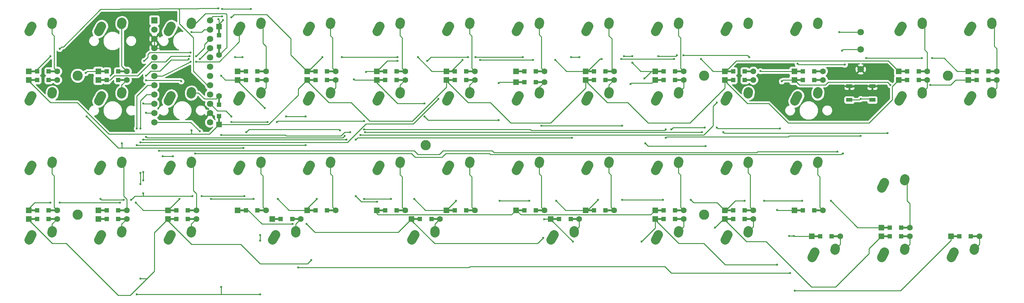
<source format=gbl>
G04 #@! TF.FileFunction,Copper,L2,Bot,Signal*
%FSLAX46Y46*%
G04 Gerber Fmt 4.6, Leading zero omitted, Abs format (unit mm)*
G04 Created by KiCad (PCBNEW 4.0.7) date 07/12/18 08:23:40*
%MOMM*%
%LPD*%
G01*
G04 APERTURE LIST*
%ADD10C,0.100000*%
%ADD11R,1.200000X1.200000*%
%ADD12R,1.600000X1.600000*%
%ADD13C,1.600000*%
%ADD14R,2.500000X0.500000*%
%ADD15R,0.500000X2.500000*%
%ADD16C,2.800000*%
%ADD17C,2.500000*%
%ADD18R,1.700000X1.000000*%
%ADD19R,1.752600X1.752600*%
%ADD20C,1.752600*%
%ADD21C,1.800000*%
%ADD22C,0.600000*%
%ADD23C,0.250000*%
%ADD24C,0.254000*%
G04 APERTURE END LIST*
D10*
D11*
X20625000Y-48815600D03*
X17475000Y-48815600D03*
D12*
X15150000Y-48815600D03*
D13*
X22950000Y-48815600D03*
D14*
X16350000Y-48815600D03*
X21750000Y-48815600D03*
D11*
X20625000Y-51196900D03*
X17475000Y-51196900D03*
D12*
X15150000Y-51196900D03*
D13*
X22950000Y-51196900D03*
D14*
X16350000Y-51196900D03*
X21750000Y-51196900D03*
D11*
X20625000Y-86915600D03*
X17475000Y-86915600D03*
D12*
X15150000Y-86915600D03*
D13*
X22950000Y-86915600D03*
D14*
X16350000Y-86915600D03*
X21750000Y-86915600D03*
D11*
X20625000Y-89296900D03*
X17475000Y-89296900D03*
D12*
X15150000Y-89296900D03*
D13*
X22950000Y-89296900D03*
D14*
X16350000Y-89296900D03*
X21750000Y-89296900D03*
D11*
X39675000Y-48815600D03*
X36525000Y-48815600D03*
D12*
X34200000Y-48815600D03*
D13*
X42000000Y-48815600D03*
D14*
X35400000Y-48815600D03*
X40800000Y-48815600D03*
D11*
X39675000Y-51196900D03*
X36525000Y-51196900D03*
D12*
X34200000Y-51196900D03*
D13*
X42000000Y-51196900D03*
D14*
X35400000Y-51196900D03*
X40800000Y-51196900D03*
D11*
X39675000Y-86915600D03*
X36525000Y-86915600D03*
D12*
X34200000Y-86915600D03*
D13*
X42000000Y-86915600D03*
D14*
X35400000Y-86915600D03*
X40800000Y-86915600D03*
D11*
X39675000Y-89296900D03*
X36525000Y-89296900D03*
D12*
X34200000Y-89296900D03*
D13*
X42000000Y-89296900D03*
D14*
X35400000Y-89296900D03*
X40800000Y-89296900D03*
D11*
X67270300Y-42056200D03*
X67270300Y-38906200D03*
D12*
X67270300Y-36581200D03*
D13*
X67270300Y-44381200D03*
D15*
X67270300Y-37781200D03*
X67270300Y-43181200D03*
D11*
X67270300Y-57956200D03*
X67270300Y-61106200D03*
D12*
X67270300Y-63431200D03*
D13*
X67270300Y-55631200D03*
D15*
X67270300Y-62231200D03*
X67270300Y-56831200D03*
D11*
X58725000Y-86915600D03*
X55575000Y-86915600D03*
D12*
X53250000Y-86915600D03*
D13*
X61050000Y-86915600D03*
D14*
X54450000Y-86915600D03*
X59850000Y-86915600D03*
D11*
X58725000Y-89296900D03*
X55575000Y-89296900D03*
D12*
X53250000Y-89296900D03*
D13*
X61050000Y-89296900D03*
D14*
X54450000Y-89296900D03*
X59850000Y-89296900D03*
D11*
X77775000Y-48815600D03*
X74625000Y-48815600D03*
D12*
X72300000Y-48815600D03*
D13*
X80100000Y-48815600D03*
D14*
X73500000Y-48815600D03*
X78900000Y-48815600D03*
D11*
X77775000Y-51196900D03*
X74625000Y-51196900D03*
D12*
X72300000Y-51196900D03*
D13*
X80100000Y-51196900D03*
D14*
X73500000Y-51196900D03*
X78900000Y-51196900D03*
D11*
X77775000Y-86915600D03*
X74625000Y-86915600D03*
D12*
X72300000Y-86915600D03*
D13*
X80100000Y-86915600D03*
D14*
X73500000Y-86915600D03*
X78900000Y-86915600D03*
D11*
X87300000Y-89296900D03*
X84150000Y-89296900D03*
D12*
X81825000Y-89296900D03*
D13*
X89625000Y-89296900D03*
D14*
X83025000Y-89296900D03*
X88425000Y-89296900D03*
D11*
X96825000Y-48815600D03*
X93675000Y-48815600D03*
D12*
X91350000Y-48815600D03*
D13*
X99150000Y-48815600D03*
D14*
X92550000Y-48815600D03*
X97950000Y-48815600D03*
D11*
X96825000Y-51196900D03*
X93675000Y-51196900D03*
D12*
X91350000Y-51196900D03*
D13*
X99150000Y-51196900D03*
D14*
X92550000Y-51196900D03*
X97950000Y-51196900D03*
D11*
X96825000Y-86915600D03*
X93675000Y-86915600D03*
D12*
X91350000Y-86915600D03*
D13*
X99150000Y-86915600D03*
D14*
X92550000Y-86915600D03*
X97950000Y-86915600D03*
D11*
X115875000Y-48815600D03*
X112725000Y-48815600D03*
D12*
X110400000Y-48815600D03*
D13*
X118200000Y-48815600D03*
D14*
X111600000Y-48815600D03*
X117000000Y-48815600D03*
D11*
X115875000Y-51196900D03*
X112725000Y-51196900D03*
D12*
X110400000Y-51196900D03*
D13*
X118200000Y-51196900D03*
D14*
X111600000Y-51196900D03*
X117000000Y-51196900D03*
D11*
X115875000Y-86915600D03*
X112725000Y-86915600D03*
D12*
X110400000Y-86915600D03*
D13*
X118200000Y-86915600D03*
D14*
X111600000Y-86915600D03*
X117000000Y-86915600D03*
D11*
X125400000Y-89296900D03*
X122250000Y-89296900D03*
D12*
X119925000Y-89296900D03*
D13*
X127725000Y-89296900D03*
D14*
X121125000Y-89296900D03*
X126525000Y-89296900D03*
D11*
X134925000Y-48815600D03*
X131775000Y-48815600D03*
D12*
X129450000Y-48815600D03*
D13*
X137250000Y-48815600D03*
D14*
X130650000Y-48815600D03*
X136050000Y-48815600D03*
D11*
X134925000Y-51196900D03*
X131775000Y-51196900D03*
D12*
X129450000Y-51196900D03*
D13*
X137250000Y-51196900D03*
D14*
X130650000Y-51196900D03*
X136050000Y-51196900D03*
D11*
X134925000Y-86915600D03*
X131775000Y-86915600D03*
D12*
X129450000Y-86915600D03*
D13*
X137250000Y-86915600D03*
D14*
X130650000Y-86915600D03*
X136050000Y-86915600D03*
D11*
X153975000Y-48815600D03*
X150825000Y-48815600D03*
D12*
X148500000Y-48815600D03*
D13*
X156300000Y-48815600D03*
D14*
X149700000Y-48815600D03*
X155100000Y-48815600D03*
D11*
X153975000Y-51792200D03*
X150825000Y-51792200D03*
D12*
X148500000Y-51792200D03*
D13*
X156300000Y-51792200D03*
D14*
X149700000Y-51792200D03*
X155100000Y-51792200D03*
D11*
X153975000Y-86915600D03*
X150825000Y-86915600D03*
D12*
X148500000Y-86915600D03*
D13*
X156300000Y-86915600D03*
D14*
X149700000Y-86915600D03*
X155100000Y-86915600D03*
D11*
X163500000Y-89296900D03*
X160350000Y-89296900D03*
D12*
X158025000Y-89296900D03*
D13*
X165825000Y-89296900D03*
D14*
X159225000Y-89296900D03*
X164625000Y-89296900D03*
D11*
X173025000Y-48815600D03*
X169875000Y-48815600D03*
D12*
X167550000Y-48815600D03*
D13*
X175350000Y-48815600D03*
D14*
X168750000Y-48815600D03*
X174150000Y-48815600D03*
D11*
X173025000Y-51196900D03*
X169875000Y-51196900D03*
D12*
X167550000Y-51196900D03*
D13*
X175350000Y-51196900D03*
D14*
X168750000Y-51196900D03*
X174150000Y-51196900D03*
D11*
X173025000Y-86915600D03*
X169875000Y-86915600D03*
D12*
X167550000Y-86915600D03*
D13*
X175350000Y-86915600D03*
D14*
X168750000Y-86915600D03*
X174150000Y-86915600D03*
D11*
X192075000Y-48815600D03*
X188925000Y-48815600D03*
D12*
X186600000Y-48815600D03*
D13*
X194400000Y-48815600D03*
D14*
X187800000Y-48815600D03*
X193200000Y-48815600D03*
D11*
X192075000Y-51196900D03*
X188925000Y-51196900D03*
D12*
X186600000Y-51196900D03*
D13*
X194400000Y-51196900D03*
D14*
X187800000Y-51196900D03*
X193200000Y-51196900D03*
D11*
X192075000Y-86915600D03*
X188925000Y-86915600D03*
D12*
X186600000Y-86915600D03*
D13*
X194400000Y-86915600D03*
D14*
X187800000Y-86915600D03*
X193200000Y-86915600D03*
D11*
X192075000Y-89296900D03*
X188925000Y-89296900D03*
D12*
X186600000Y-89296900D03*
D13*
X194400000Y-89296900D03*
D14*
X187800000Y-89296900D03*
X193200000Y-89296900D03*
D11*
X211125000Y-48815600D03*
X207975000Y-48815600D03*
D12*
X205650000Y-48815600D03*
D13*
X213450000Y-48815600D03*
D14*
X206850000Y-48815600D03*
X212250000Y-48815600D03*
D11*
X211125000Y-51196900D03*
X207975000Y-51196900D03*
D12*
X205650000Y-51196900D03*
D13*
X213450000Y-51196900D03*
D14*
X206850000Y-51196900D03*
X212250000Y-51196900D03*
D11*
X211125000Y-86915600D03*
X207975000Y-86915600D03*
D12*
X205650000Y-86915600D03*
D13*
X213450000Y-86915600D03*
D14*
X206850000Y-86915600D03*
X212250000Y-86915600D03*
D11*
X211125000Y-89296900D03*
X207975000Y-89296900D03*
D12*
X205650000Y-89296900D03*
D13*
X213450000Y-89296900D03*
D14*
X206850000Y-89296900D03*
X212250000Y-89296900D03*
D11*
X230175000Y-48815600D03*
X227025000Y-48815600D03*
D12*
X224700000Y-48815600D03*
D13*
X232500000Y-48815600D03*
D14*
X225900000Y-48815600D03*
X231300000Y-48815600D03*
D11*
X230175000Y-51196900D03*
X227025000Y-51196900D03*
D12*
X224700000Y-51196900D03*
D13*
X232500000Y-51196900D03*
D14*
X225900000Y-51196900D03*
X231300000Y-51196900D03*
D11*
X230175000Y-86915600D03*
X227025000Y-86915600D03*
D12*
X224700000Y-86915600D03*
D13*
X232500000Y-86915600D03*
D14*
X225900000Y-86915600D03*
X231300000Y-86915600D03*
D11*
X234937000Y-94059400D03*
X231787000Y-94059400D03*
D12*
X229462000Y-94059400D03*
D13*
X237262000Y-94059400D03*
D14*
X230662000Y-94059400D03*
X236062000Y-94059400D03*
D11*
X258750000Y-48815600D03*
X255600000Y-48815600D03*
D12*
X253275000Y-48815600D03*
D13*
X261075000Y-48815600D03*
D14*
X254475000Y-48815600D03*
X259875000Y-48815600D03*
D11*
X258750000Y-51196900D03*
X255600000Y-51196900D03*
D12*
X253275000Y-51196900D03*
D13*
X261075000Y-51196900D03*
D14*
X254475000Y-51196900D03*
X259875000Y-51196900D03*
D11*
X253987000Y-91678100D03*
X250837000Y-91678100D03*
D12*
X248512000Y-91678100D03*
D13*
X256312000Y-91678100D03*
D14*
X249712000Y-91678100D03*
X255112000Y-91678100D03*
D11*
X253987000Y-94059400D03*
X250837000Y-94059400D03*
D12*
X248512000Y-94059400D03*
D13*
X256312000Y-94059400D03*
D14*
X249712000Y-94059400D03*
X255112000Y-94059400D03*
D11*
X277800000Y-48815600D03*
X274650000Y-48815600D03*
D12*
X272325000Y-48815600D03*
D13*
X280125000Y-48815600D03*
D14*
X273525000Y-48815600D03*
X278925000Y-48815600D03*
D11*
X277800000Y-51196900D03*
X274650000Y-51196900D03*
D12*
X272325000Y-51196900D03*
D13*
X280125000Y-51196900D03*
D14*
X273525000Y-51196900D03*
X278925000Y-51196900D03*
D11*
X273037000Y-94059400D03*
X269887000Y-94059400D03*
D12*
X267562000Y-94059400D03*
D13*
X275362000Y-94059400D03*
D14*
X268762000Y-94059400D03*
X274162000Y-94059400D03*
D16*
X28575000Y-50006200D03*
X266700000Y-50006200D03*
X200025000Y-88106200D03*
X28575000Y-88106200D03*
D17*
X225600453Y-55531246D02*
X224789547Y-56991154D01*
X231139724Y-54451872D02*
X231100276Y-55030528D01*
X206550453Y-74581246D02*
X205739547Y-76041154D01*
X212089724Y-73501872D02*
X212050276Y-74080528D01*
X206550453Y-55531246D02*
X205739547Y-56991154D01*
X212089724Y-54451872D02*
X212050276Y-55030528D01*
X168450453Y-74581246D02*
X167639547Y-76041154D01*
X173989724Y-73501872D02*
X173950276Y-74080528D01*
X187500453Y-74581246D02*
X186689547Y-76041154D01*
X193039724Y-73501872D02*
X193000276Y-74080528D01*
X35100453Y-55531246D02*
X34289547Y-56991154D01*
X40639724Y-54451872D02*
X40600276Y-55030528D01*
X111300453Y-74581246D02*
X110489547Y-76041154D01*
X116839724Y-73501872D02*
X116800276Y-74080528D01*
X225600453Y-36481246D02*
X224789547Y-37941154D01*
X231139724Y-35401872D02*
X231100276Y-35980528D01*
X254175453Y-55531246D02*
X253364547Y-56991154D01*
X259714724Y-54451872D02*
X259675276Y-55030528D01*
X273225453Y-55531246D02*
X272414547Y-56991154D01*
X278764724Y-54451872D02*
X278725276Y-55030528D01*
X73200453Y-74581246D02*
X72389547Y-76041154D01*
X78739724Y-73501872D02*
X78700276Y-74080528D01*
X16050453Y-93631246D02*
X15239547Y-95091154D01*
X21589724Y-92551872D02*
X21550276Y-93130528D01*
X73200453Y-55531246D02*
X72389547Y-56991154D01*
X78739724Y-54451872D02*
X78700276Y-55030528D01*
X249412453Y-98394046D02*
X248601547Y-99853954D01*
X254951724Y-97314672D02*
X254912276Y-97893328D01*
X73200453Y-36481246D02*
X72389547Y-37941154D01*
X78739724Y-35401872D02*
X78700276Y-35980528D01*
X16050453Y-55531246D02*
X15239547Y-56991154D01*
X21589724Y-54451872D02*
X21550276Y-55030528D01*
X92250453Y-55531246D02*
X91439547Y-56991154D01*
X97789724Y-54451872D02*
X97750276Y-55030528D01*
X206550453Y-93631246D02*
X205739547Y-95091154D01*
X212089724Y-92551872D02*
X212050276Y-93130528D01*
X111300453Y-55531246D02*
X110489547Y-56991154D01*
X116839724Y-54451872D02*
X116800276Y-55030528D01*
X130350453Y-55531246D02*
X129539547Y-56991154D01*
X135889724Y-54451872D02*
X135850276Y-55030528D01*
X168450453Y-36481246D02*
X167639547Y-37941154D01*
X173989724Y-35401872D02*
X173950276Y-35980528D01*
X149400453Y-55531246D02*
X148589547Y-56991154D01*
X154939724Y-54451872D02*
X154900276Y-55030528D01*
X168450453Y-55531246D02*
X167639547Y-56991154D01*
X173989724Y-54451872D02*
X173950276Y-55030528D01*
X187500453Y-55531246D02*
X186689547Y-56991154D01*
X193039724Y-54451872D02*
X193000276Y-55030528D01*
X54150453Y-93631246D02*
X53339547Y-95091154D01*
X59689724Y-92551872D02*
X59650276Y-93130528D01*
X230362453Y-98394046D02*
X229551547Y-99853954D01*
X235901724Y-97314672D02*
X235862276Y-97893328D01*
X16050453Y-74581246D02*
X15239547Y-76041154D01*
X21589724Y-73501872D02*
X21550276Y-74080528D01*
X149400453Y-74581246D02*
X148589547Y-76041154D01*
X154939724Y-73501872D02*
X154900276Y-74080528D01*
X130350453Y-74581246D02*
X129539547Y-76041154D01*
X135889724Y-73501872D02*
X135850276Y-74080528D01*
X187500453Y-36481246D02*
X186689547Y-37941154D01*
X193039724Y-35401872D02*
X193000276Y-35980528D01*
X206550453Y-36481246D02*
X205739547Y-37941154D01*
X212089724Y-35401872D02*
X212050276Y-35980528D01*
X35100453Y-36481246D02*
X34289547Y-37941154D01*
X40639724Y-35401872D02*
X40600276Y-35980528D01*
X92250453Y-36481246D02*
X91439547Y-37941154D01*
X97789724Y-35401872D02*
X97750276Y-35980528D01*
X187500453Y-93631246D02*
X186689547Y-95091154D01*
X193039724Y-92551872D02*
X193000276Y-93130528D01*
X268462453Y-98394046D02*
X267651547Y-99853954D01*
X274001724Y-97314672D02*
X273962276Y-97893328D01*
X225600453Y-74581246D02*
X224789547Y-76041154D01*
X231139724Y-73501872D02*
X231100276Y-74080528D01*
X54150453Y-55531246D02*
X53339547Y-56991154D01*
X59689724Y-54451872D02*
X59650276Y-55030528D01*
X111300453Y-36481246D02*
X110489547Y-37941154D01*
X116839724Y-35401872D02*
X116800276Y-35980528D01*
X16050453Y-36481246D02*
X15239547Y-37941154D01*
X21589724Y-35401872D02*
X21550276Y-35980528D01*
X254175453Y-36481246D02*
X253364547Y-37941154D01*
X259714724Y-35401872D02*
X259675276Y-35980528D01*
X273225453Y-36481246D02*
X272414547Y-37941154D01*
X278764724Y-35401872D02*
X278725276Y-35980528D01*
X149400453Y-36481246D02*
X148589547Y-37941154D01*
X154939724Y-35401872D02*
X154900276Y-35980528D01*
X249412453Y-79343846D02*
X248601547Y-80803754D01*
X254951724Y-78264472D02*
X254912276Y-78843128D01*
X92250453Y-74581246D02*
X91439547Y-76041154D01*
X97789724Y-73501872D02*
X97750276Y-74080528D01*
X54150453Y-36481246D02*
X53339547Y-37941154D01*
X59689724Y-35401872D02*
X59650276Y-35980528D01*
X35100453Y-93631246D02*
X34289547Y-95091154D01*
X40639724Y-92551872D02*
X40600276Y-93130528D01*
X54150453Y-74581246D02*
X53339547Y-76041154D01*
X59689724Y-73501872D02*
X59650276Y-74080528D01*
X130350453Y-36481246D02*
X129539547Y-37941154D01*
X135889724Y-35401872D02*
X135850276Y-35980528D01*
X35100453Y-74581246D02*
X34289547Y-76041154D01*
X40639724Y-73501872D02*
X40600276Y-74080528D01*
D18*
X239738000Y-56668800D03*
X246038000Y-56668800D03*
X239738000Y-52868800D03*
X246038000Y-52868800D03*
D19*
X49530000Y-34845600D03*
D20*
X49530000Y-37385600D03*
X49530000Y-39925600D03*
X49530000Y-42465600D03*
X49530000Y-45005600D03*
X49530000Y-47545600D03*
X49530000Y-50085600D03*
X49530000Y-52625600D03*
X49530000Y-55165600D03*
X49530000Y-57705600D03*
X49530000Y-60245600D03*
X49530000Y-62785600D03*
X64770000Y-62785600D03*
X64770000Y-60245600D03*
X64770000Y-57705600D03*
X64770000Y-55165600D03*
X64770000Y-52625600D03*
X64770000Y-50085600D03*
X64770000Y-47545600D03*
X64770000Y-45005600D03*
X64770000Y-42465600D03*
X64770000Y-39925600D03*
X64770000Y-37385600D03*
X64770000Y-34845600D03*
D21*
X242888000Y-38100000D03*
X242888000Y-42862500D03*
X242824000Y-48260000D03*
D16*
X123825000Y-69056200D03*
X200025000Y-50006200D03*
D17*
X82725453Y-93631246D02*
X81914547Y-95091154D01*
X88264724Y-92551872D02*
X88225276Y-93130528D01*
X120825453Y-93631246D02*
X120014547Y-95091154D01*
X126364724Y-92551872D02*
X126325276Y-93130528D01*
X158925453Y-93631246D02*
X158114547Y-95091154D01*
X164464724Y-92551872D02*
X164425276Y-93130528D01*
D22*
X199136000Y-45466000D03*
X191770000Y-45466000D03*
X177292000Y-45466000D03*
X171958000Y-45466000D03*
X159258000Y-45720000D03*
X153162000Y-45720000D03*
X138684000Y-45720000D03*
X133858000Y-45720000D03*
X121666000Y-44958000D03*
X116078000Y-44958000D03*
X100838000Y-44958000D03*
X95504000Y-44958000D03*
X70612000Y-34036000D03*
X68326000Y-34798000D03*
X21082000Y-44704000D03*
X23622000Y-42672000D03*
X67057922Y-31578653D03*
X67056000Y-34544000D03*
X59690000Y-65024000D03*
X234696000Y-84328000D03*
X226822000Y-84328000D03*
X216408000Y-84328000D03*
X211074000Y-84328000D03*
X196342000Y-84074000D03*
X188722000Y-84074000D03*
X177546000Y-84074000D03*
X170942000Y-84074000D03*
X159512000Y-84328000D03*
X152146000Y-84328000D03*
X144018000Y-84328000D03*
X132080000Y-84328000D03*
X120650000Y-83820000D03*
X114300000Y-83820000D03*
X106934000Y-83820000D03*
X93980000Y-83820000D03*
X83312000Y-83820000D03*
X76708000Y-83820000D03*
X65024000Y-83820000D03*
X56388000Y-83820000D03*
X51816000Y-72136000D03*
X54610000Y-72136000D03*
X21082000Y-84836000D03*
X23622000Y-84836000D03*
X40132000Y-84836000D03*
X44450000Y-84836000D03*
X56896000Y-51562000D03*
X47244000Y-51308000D03*
X45720000Y-76708000D03*
X45720000Y-79756000D03*
X45720000Y-105664000D03*
X202946000Y-91694000D03*
X200406000Y-69342000D03*
X183896000Y-68580000D03*
X183642000Y-50800000D03*
X180340000Y-46482000D03*
X180340000Y-44704000D03*
X178054000Y-44704000D03*
X165862000Y-44958000D03*
X163576000Y-44958000D03*
X150368000Y-44958000D03*
X137414000Y-44958000D03*
X135382000Y-44958000D03*
X124206000Y-45974000D03*
X116078000Y-45974000D03*
X107442000Y-49022000D03*
X92456000Y-100584000D03*
X47244000Y-50038000D03*
X58928000Y-45466000D03*
X61976000Y-45466000D03*
X40640000Y-68580000D03*
X262382000Y-45212000D03*
X259588000Y-45212000D03*
X244348000Y-45212000D03*
X238506000Y-46990000D03*
X225552000Y-46736000D03*
X187452000Y-44704000D03*
X192532000Y-44450000D03*
X194310000Y-44450000D03*
X212344000Y-44958000D03*
X215392000Y-48768000D03*
X179832000Y-52324000D03*
X177546000Y-63754000D03*
X155448000Y-63754000D03*
X143764000Y-52070000D03*
X143764000Y-62230000D03*
X123444000Y-61214000D03*
X123444000Y-57658000D03*
X104140000Y-51054000D03*
X100330000Y-65024000D03*
X74676000Y-65532000D03*
X30988000Y-61214000D03*
X30734000Y-49276000D03*
X73914000Y-69850000D03*
X250952000Y-52578000D03*
X261874000Y-52578000D03*
X221234000Y-51562000D03*
X220726000Y-64516000D03*
X203454000Y-64262000D03*
X200152000Y-64262000D03*
X191008000Y-64770000D03*
X110490000Y-84582000D03*
X104648000Y-83058000D03*
X79756000Y-58928000D03*
X67818000Y-50038000D03*
X60960000Y-44704000D03*
X59182000Y-44704000D03*
X219964000Y-86868000D03*
X219964000Y-101854000D03*
X182880000Y-95504000D03*
X164084000Y-95504000D03*
X156210000Y-89408000D03*
X155956000Y-94488000D03*
X91186000Y-90678000D03*
X87376000Y-90678000D03*
X59690000Y-38100000D03*
X59436000Y-43688000D03*
X46736000Y-45974000D03*
X46482000Y-76454000D03*
X46482000Y-78740000D03*
X46482000Y-82296000D03*
X74168000Y-83058000D03*
X62484000Y-83058000D03*
X59944000Y-83058000D03*
X43180000Y-84074000D03*
X41148000Y-84074000D03*
X34798000Y-83820000D03*
X47244000Y-60198000D03*
X47244000Y-66802000D03*
X203454000Y-57404000D03*
X105918000Y-66294000D03*
X101600000Y-66548000D03*
X163830000Y-67056000D03*
X104648000Y-67564000D03*
X102108000Y-67564000D03*
X46482000Y-67564000D03*
X46482000Y-57658000D03*
X44704000Y-64516000D03*
X44704000Y-69088000D03*
X90932000Y-69088000D03*
X85598000Y-61214000D03*
X90932000Y-61214000D03*
X61976000Y-65278000D03*
X250190000Y-65786000D03*
X205232000Y-65532000D03*
X199390000Y-65532000D03*
X107188000Y-65532000D03*
X103124000Y-65532000D03*
X67818000Y-66294000D03*
X59436000Y-46228000D03*
X60960000Y-46228000D03*
X127254000Y-56388000D03*
X45720000Y-64516000D03*
X45720000Y-68326000D03*
X60706000Y-71374000D03*
X237998000Y-71374000D03*
X237744000Y-43180000D03*
X242570000Y-53086000D03*
X64262000Y-59182000D03*
X52070000Y-52832000D03*
X51562000Y-42418000D03*
X242824000Y-66548000D03*
X189484000Y-67056000D03*
X189484000Y-64770000D03*
X106934000Y-64770000D03*
X106934000Y-62484000D03*
X83058000Y-62738000D03*
X80518000Y-62738000D03*
X70612000Y-62738000D03*
X70612000Y-61214000D03*
X242824000Y-56388000D03*
X71628000Y-44958000D03*
X73660000Y-44958000D03*
X75946000Y-31750000D03*
X68072000Y-31750000D03*
X68072000Y-33782000D03*
X67818000Y-107950000D03*
X223266000Y-93980000D03*
X223520000Y-104140000D03*
X88900000Y-102616000D03*
X224536000Y-93980000D03*
X224790000Y-108966000D03*
X44704000Y-109982000D03*
X78486000Y-93726000D03*
X78486000Y-95250000D03*
X78486000Y-109982000D03*
X236982000Y-38100000D03*
X236474000Y-70866000D03*
X50800000Y-70612000D03*
D23*
X21570000Y-35691200D02*
X21570000Y-38588000D01*
X22098000Y-47963600D02*
X22950000Y-48815600D01*
X22098000Y-39116000D02*
X22098000Y-47963600D01*
X21570000Y-38588000D02*
X22098000Y-39116000D01*
X64770000Y-52625600D02*
X64055600Y-52625600D01*
X64055600Y-52625600D02*
X60198000Y-48768000D01*
X60198000Y-48768000D02*
X60198000Y-39624000D01*
X60198000Y-39624000D02*
X56388000Y-35814000D01*
X56388000Y-35814000D02*
X56388000Y-32004000D01*
X56388000Y-32004000D02*
X56136364Y-31633720D01*
X205650000Y-48815600D02*
X205946400Y-48815600D01*
X205946400Y-48815600D02*
X208788000Y-45974000D01*
X250433400Y-45974000D02*
X253275000Y-48815600D01*
X208788000Y-45974000D02*
X250433400Y-45974000D01*
X167550000Y-48815600D02*
X168100400Y-48815600D01*
X168100400Y-48815600D02*
X171450000Y-45466000D01*
X202485600Y-48815600D02*
X205650000Y-48815600D01*
X199136000Y-45466000D02*
X202485600Y-48815600D01*
X177292000Y-45466000D02*
X191770000Y-45466000D01*
X171450000Y-45466000D02*
X171958000Y-45466000D01*
X129450000Y-48815600D02*
X130762400Y-48815600D01*
X130762400Y-48815600D02*
X133858000Y-45720000D01*
X162353600Y-48815600D02*
X167550000Y-48815600D01*
X159258000Y-45720000D02*
X162353600Y-48815600D01*
X138684000Y-45720000D02*
X153162000Y-45720000D01*
X91350000Y-48815600D02*
X91646400Y-48815600D01*
X91646400Y-48815600D02*
X95504000Y-44958000D01*
X125523600Y-48815600D02*
X129450000Y-48815600D01*
X121666000Y-44958000D02*
X125523600Y-48815600D01*
X100838000Y-44958000D02*
X116078000Y-44958000D01*
X67270300Y-36581200D02*
X67270300Y-35853700D01*
X67270300Y-35853700D02*
X68326000Y-34798000D01*
X86868000Y-44333600D02*
X91350000Y-48815600D01*
X86868000Y-39878000D02*
X86868000Y-44333600D01*
X80264000Y-33274000D02*
X86868000Y-39878000D01*
X71374000Y-33274000D02*
X80264000Y-33274000D01*
X70612000Y-34036000D02*
X71374000Y-33274000D01*
X15150000Y-48815600D02*
X16970400Y-48815600D01*
X16970400Y-48815600D02*
X21082000Y-44704000D01*
X23622000Y-42672000D02*
X24130000Y-42164000D01*
X24130000Y-42164000D02*
X24638000Y-42164000D01*
X24638000Y-42164000D02*
X34798442Y-31805067D01*
X34798442Y-31805067D02*
X56136364Y-31633720D01*
X56136364Y-31633720D02*
X67057922Y-31578653D01*
X67056000Y-34544000D02*
X67270300Y-34758300D01*
X67270300Y-34758300D02*
X67270300Y-36581200D01*
X59690000Y-65024000D02*
X59690000Y-66040000D01*
X205650000Y-51196900D02*
X205650000Y-51472000D01*
X205650000Y-51472000D02*
X211836000Y-57658000D01*
X251460000Y-53011900D02*
X253275000Y-51196900D01*
X251460000Y-56642000D02*
X251460000Y-53011900D01*
X245110000Y-62992000D02*
X251460000Y-56642000D01*
X223012000Y-62992000D02*
X245110000Y-62992000D01*
X217678000Y-57658000D02*
X223012000Y-62992000D01*
X211836000Y-57658000D02*
X217678000Y-57658000D01*
X167550000Y-51196900D02*
X167550000Y-51472000D01*
X167550000Y-51472000D02*
X173482000Y-57404000D01*
X205650000Y-53430000D02*
X205650000Y-51196900D01*
X196088000Y-62992000D02*
X205650000Y-53430000D01*
X184658000Y-62992000D02*
X196088000Y-62992000D01*
X179070000Y-57404000D02*
X184658000Y-62992000D01*
X173482000Y-57404000D02*
X179070000Y-57404000D01*
X129450000Y-51196900D02*
X129450000Y-51472000D01*
X129450000Y-51472000D02*
X135382000Y-57404000D01*
X167550000Y-53430000D02*
X167550000Y-51196900D01*
X157988000Y-62992000D02*
X167550000Y-53430000D01*
X147066000Y-62992000D02*
X157988000Y-62992000D01*
X141478000Y-57404000D02*
X147066000Y-62992000D01*
X135382000Y-57404000D02*
X141478000Y-57404000D01*
X91350000Y-51196900D02*
X91350000Y-51472000D01*
X91350000Y-51472000D02*
X97282000Y-57404000D01*
X129450000Y-53176000D02*
X129450000Y-51196900D01*
X120142000Y-62484000D02*
X129450000Y-53176000D01*
X108458000Y-62484000D02*
X120142000Y-62484000D01*
X103378000Y-57404000D02*
X108458000Y-62484000D01*
X97282000Y-57404000D02*
X103378000Y-57404000D01*
X67270300Y-63431200D02*
X80840800Y-63431200D01*
X88900000Y-53646900D02*
X91350000Y-51196900D01*
X88900000Y-55372000D02*
X88900000Y-53646900D01*
X80840800Y-63431200D02*
X88900000Y-55372000D01*
X61976000Y-66040000D02*
X64661500Y-66040000D01*
X37084000Y-66040000D02*
X59690000Y-66040000D01*
X59690000Y-66040000D02*
X61976000Y-66040000D01*
X28448000Y-57404000D02*
X37084000Y-66040000D01*
X21082000Y-57404000D02*
X28448000Y-57404000D01*
X15150000Y-51472000D02*
X21082000Y-57404000D01*
X64661500Y-66040000D02*
X67270300Y-63431200D01*
X15150000Y-51196900D02*
X15150000Y-51472000D01*
X21570000Y-73791200D02*
X21570000Y-76942000D01*
X22098000Y-86063600D02*
X22950000Y-86915600D01*
X22098000Y-77470000D02*
X22098000Y-86063600D01*
X21570000Y-76942000D02*
X22098000Y-77470000D01*
X205650000Y-86915600D02*
X205946400Y-86915600D01*
X205946400Y-86915600D02*
X208534000Y-84328000D01*
X242046100Y-91678100D02*
X248512000Y-91678100D01*
X234696000Y-84328000D02*
X242046100Y-91678100D01*
X216408000Y-84328000D02*
X226822000Y-84328000D01*
X208534000Y-84328000D02*
X211074000Y-84328000D01*
X167550000Y-86915600D02*
X168100400Y-86915600D01*
X168100400Y-86915600D02*
X170942000Y-84074000D01*
X203570400Y-84836000D02*
X205650000Y-86915600D01*
X197104000Y-84836000D02*
X203570400Y-84836000D01*
X196342000Y-84074000D02*
X197104000Y-84836000D01*
X177546000Y-84074000D02*
X188722000Y-84074000D01*
X129450000Y-86915600D02*
X129492400Y-86915600D01*
X129492400Y-86915600D02*
X132080000Y-84328000D01*
X162099600Y-86915600D02*
X167550000Y-86915600D01*
X159512000Y-84328000D02*
X162099600Y-86915600D01*
X144018000Y-84328000D02*
X152146000Y-84328000D01*
X91350000Y-86915600D02*
X91350000Y-86450000D01*
X91350000Y-86450000D02*
X93980000Y-83820000D01*
X123745600Y-86915600D02*
X129450000Y-86915600D01*
X120650000Y-83820000D02*
X123745600Y-86915600D01*
X106934000Y-83820000D02*
X114300000Y-83820000D01*
X53250000Y-86915600D02*
X53292400Y-86915600D01*
X53292400Y-86915600D02*
X56388000Y-83820000D01*
X86407600Y-86915600D02*
X91350000Y-86915600D01*
X83312000Y-83820000D02*
X86407600Y-86915600D01*
X65024000Y-83820000D02*
X76708000Y-83820000D01*
X54610000Y-72136000D02*
X51816000Y-72136000D01*
X15150000Y-86915600D02*
X15150000Y-86450000D01*
X15150000Y-86450000D02*
X16764000Y-84836000D01*
X16764000Y-84836000D02*
X21082000Y-84836000D01*
X23622000Y-84836000D02*
X40132000Y-84836000D01*
X44450000Y-84836000D02*
X46529600Y-86915600D01*
X46529600Y-86915600D02*
X53250000Y-86915600D01*
X21570000Y-92841200D02*
X21570000Y-90676900D01*
X21570000Y-90676900D02*
X22950000Y-89296900D01*
X56896000Y-51562000D02*
X56642000Y-51308000D01*
X56642000Y-51308000D02*
X47244000Y-51308000D01*
X45720000Y-76708000D02*
X45720000Y-79756000D01*
X45720000Y-105664000D02*
X47498000Y-105664000D01*
X205650000Y-89296900D02*
X205650000Y-89572000D01*
X205650000Y-89572000D02*
X211582000Y-95504000D01*
X245110000Y-97461400D02*
X248512000Y-94059400D01*
X245110000Y-98806000D02*
X245110000Y-97461400D01*
X235966000Y-107950000D02*
X245110000Y-98806000D01*
X229362000Y-107950000D02*
X235966000Y-107950000D01*
X216916000Y-95504000D02*
X229362000Y-107950000D01*
X211582000Y-95504000D02*
X216916000Y-95504000D01*
X186600000Y-48815600D02*
X185626400Y-48815600D01*
X202946000Y-91694000D02*
X205343100Y-89296900D01*
X184658000Y-69342000D02*
X200406000Y-69342000D01*
X183896000Y-68580000D02*
X184658000Y-69342000D01*
X185626400Y-48815600D02*
X183642000Y-50800000D01*
X205343100Y-89296900D02*
X205650000Y-89296900D01*
X182673600Y-48815600D02*
X186600000Y-48815600D01*
X180340000Y-46482000D02*
X182673600Y-48815600D01*
X178054000Y-44704000D02*
X180340000Y-44704000D01*
X163576000Y-44958000D02*
X165862000Y-44958000D01*
X110400000Y-48815600D02*
X110442400Y-48815600D01*
X110442400Y-48815600D02*
X113284000Y-45974000D01*
X137414000Y-44958000D02*
X150368000Y-44958000D01*
X125222000Y-44958000D02*
X135382000Y-44958000D01*
X124206000Y-45974000D02*
X125222000Y-44958000D01*
X113284000Y-45974000D02*
X116078000Y-45974000D01*
X53250000Y-89296900D02*
X53250000Y-89826000D01*
X53250000Y-89826000D02*
X59690000Y-96266000D01*
X107648400Y-48815600D02*
X110400000Y-48815600D01*
X107442000Y-49022000D02*
X107648400Y-48815600D01*
X91440000Y-101600000D02*
X92456000Y-100584000D01*
X78486000Y-101600000D02*
X91440000Y-101600000D01*
X73152000Y-96266000D02*
X78486000Y-101600000D01*
X59690000Y-96266000D02*
X73152000Y-96266000D01*
X15150000Y-89296900D02*
X15150000Y-89572000D01*
X15150000Y-89572000D02*
X21590000Y-96012000D01*
X21590000Y-96012000D02*
X25400000Y-96012000D01*
X25400000Y-96012000D02*
X39624000Y-110236000D01*
X39624000Y-110236000D02*
X42926000Y-110236000D01*
X42926000Y-110236000D02*
X47498000Y-105664000D01*
X47498000Y-105664000D02*
X49530000Y-103632000D01*
X49530000Y-103632000D02*
X49530000Y-93016900D01*
X49530000Y-93016900D02*
X53250000Y-89296900D01*
X40620000Y-35691200D02*
X40620000Y-47435600D01*
X40620000Y-47435600D02*
X42000000Y-48815600D01*
X48514000Y-48768000D02*
X47244000Y-50038000D01*
X51054000Y-48768000D02*
X48514000Y-48768000D01*
X54102000Y-45720000D02*
X51054000Y-48768000D01*
X58674000Y-45720000D02*
X54102000Y-45720000D01*
X58928000Y-45466000D02*
X58674000Y-45720000D01*
X64770000Y-42672000D02*
X61976000Y-45466000D01*
X40640000Y-68580000D02*
X40640000Y-69850000D01*
X64770000Y-42465600D02*
X64770000Y-42672000D01*
X269287600Y-48815600D02*
X272325000Y-48815600D01*
X265684000Y-45212000D02*
X269287600Y-48815600D01*
X262382000Y-45212000D02*
X265684000Y-45212000D01*
X244348000Y-45212000D02*
X259588000Y-45212000D01*
X225806000Y-46990000D02*
X238506000Y-46990000D01*
X225552000Y-46736000D02*
X225806000Y-46990000D01*
X224700000Y-48815600D02*
X215439600Y-48815600D01*
X192278000Y-44704000D02*
X187452000Y-44704000D01*
X192532000Y-44450000D02*
X192278000Y-44704000D01*
X211836000Y-44450000D02*
X194310000Y-44450000D01*
X212344000Y-44958000D02*
X211836000Y-44450000D01*
X215439600Y-48815600D02*
X215392000Y-48768000D01*
X185726900Y-52070000D02*
X186600000Y-51196900D01*
X180086000Y-52070000D02*
X185726900Y-52070000D01*
X179832000Y-52324000D02*
X180086000Y-52070000D01*
X155448000Y-63754000D02*
X177546000Y-63754000D01*
X110400000Y-51196900D02*
X110400000Y-51980000D01*
X110400000Y-51980000D02*
X116078000Y-57658000D01*
X144041800Y-51792200D02*
X148500000Y-51792200D01*
X143764000Y-52070000D02*
X144041800Y-51792200D01*
X124460000Y-62230000D02*
X143764000Y-62230000D01*
X123444000Y-61214000D02*
X124460000Y-62230000D01*
X116078000Y-57658000D02*
X123444000Y-57658000D01*
X104282900Y-51196900D02*
X110400000Y-51196900D01*
X104140000Y-51054000D02*
X104282900Y-51196900D01*
X100076000Y-64770000D02*
X100330000Y-65024000D01*
X75438000Y-64770000D02*
X100076000Y-64770000D01*
X74676000Y-65532000D02*
X75438000Y-64770000D01*
X34200000Y-48815600D02*
X31194400Y-48815600D01*
X39624000Y-69850000D02*
X40640000Y-69850000D01*
X30988000Y-61214000D02*
X39624000Y-69850000D01*
X31194400Y-48815600D02*
X30734000Y-49276000D01*
X40640000Y-69850000D02*
X73914000Y-69850000D01*
X40620000Y-54741200D02*
X40620000Y-52576900D01*
X40620000Y-52576900D02*
X42000000Y-51196900D01*
X272325000Y-51196900D02*
X268843100Y-51196900D01*
X226081100Y-52578000D02*
X224700000Y-51196900D01*
X233172000Y-52578000D02*
X226081100Y-52578000D01*
X233934000Y-51816000D02*
X233172000Y-52578000D01*
X250190000Y-51816000D02*
X233934000Y-51816000D01*
X250952000Y-52578000D02*
X250190000Y-51816000D01*
X267462000Y-52578000D02*
X261874000Y-52578000D01*
X268843100Y-51196900D02*
X267462000Y-52578000D01*
X221599100Y-51196900D02*
X224700000Y-51196900D01*
X221234000Y-51562000D02*
X221599100Y-51196900D01*
X203708000Y-64516000D02*
X220726000Y-64516000D01*
X203454000Y-64262000D02*
X203708000Y-64516000D01*
X191516000Y-64262000D02*
X200152000Y-64262000D01*
X191008000Y-64770000D02*
X191516000Y-64262000D01*
X148500000Y-86915600D02*
X148637600Y-86915600D01*
X148637600Y-86915600D02*
X149860000Y-88138000D01*
X185377600Y-88138000D02*
X186600000Y-86915600D01*
X149860000Y-88138000D02*
X185377600Y-88138000D01*
X110400000Y-86915600D02*
X110400000Y-87794000D01*
X147277600Y-88138000D02*
X148500000Y-86915600D01*
X110744000Y-88138000D02*
X147277600Y-88138000D01*
X110400000Y-87794000D02*
X110744000Y-88138000D01*
X72300000Y-51196900D02*
X72300000Y-51472000D01*
X72300000Y-51472000D02*
X79756000Y-58928000D01*
X106172000Y-84582000D02*
X110490000Y-84582000D01*
X104648000Y-83058000D02*
X106172000Y-84582000D01*
X68976900Y-51196900D02*
X72300000Y-51196900D01*
X67818000Y-50038000D02*
X68976900Y-51196900D01*
X34200000Y-51196900D02*
X37449100Y-51196900D01*
X63246000Y-41449600D02*
X64770000Y-39925600D01*
X63246000Y-42418000D02*
X63246000Y-41449600D01*
X60960000Y-44704000D02*
X63246000Y-42418000D01*
X54102000Y-44704000D02*
X59182000Y-44704000D01*
X52578000Y-46228000D02*
X54102000Y-44704000D01*
X48768000Y-46228000D02*
X52578000Y-46228000D01*
X44958000Y-50038000D02*
X48768000Y-46228000D01*
X38608000Y-50038000D02*
X44958000Y-50038000D01*
X37449100Y-51196900D02*
X38608000Y-50038000D01*
X42000000Y-86915600D02*
X42000000Y-83910000D01*
X41148000Y-83058000D02*
X41148000Y-74319200D01*
X42000000Y-83910000D02*
X41148000Y-83058000D01*
X41148000Y-74319200D02*
X40620000Y-73791200D01*
X186600000Y-89296900D02*
X186600000Y-89572000D01*
X186600000Y-89572000D02*
X193040000Y-96012000D01*
X220011600Y-86915600D02*
X224700000Y-86915600D01*
X219964000Y-86868000D02*
X220011600Y-86915600D01*
X205740000Y-101854000D02*
X219964000Y-101854000D01*
X199898000Y-96012000D02*
X205740000Y-101854000D01*
X193040000Y-96012000D02*
X199898000Y-96012000D01*
X158025000Y-89296900D02*
X158025000Y-89445000D01*
X158025000Y-89445000D02*
X164084000Y-95504000D01*
X186600000Y-91784000D02*
X186600000Y-89296900D01*
X182880000Y-95504000D02*
X186600000Y-91784000D01*
X119925000Y-89296900D02*
X119925000Y-89699000D01*
X119925000Y-89699000D02*
X126238000Y-96012000D01*
X156321100Y-89296900D02*
X158025000Y-89296900D01*
X156210000Y-89408000D02*
X156321100Y-89296900D01*
X154432000Y-96012000D02*
X155956000Y-94488000D01*
X126238000Y-96012000D02*
X154432000Y-96012000D01*
X72300000Y-86915600D02*
X75231600Y-86915600D01*
X116257900Y-92964000D02*
X119925000Y-89296900D01*
X93472000Y-92964000D02*
X116257900Y-92964000D01*
X91186000Y-90678000D02*
X93472000Y-92964000D01*
X78994000Y-90678000D02*
X87376000Y-90678000D01*
X75231600Y-86915600D02*
X78994000Y-90678000D01*
X46482000Y-83058000D02*
X46482000Y-82296000D01*
X63198400Y-37385600D02*
X64770000Y-37385600D01*
X62484000Y-38100000D02*
X63198400Y-37385600D01*
X59690000Y-38100000D02*
X62484000Y-38100000D01*
X48260000Y-43688000D02*
X59436000Y-43688000D01*
X47752000Y-44196000D02*
X48260000Y-43688000D01*
X47752000Y-44958000D02*
X47752000Y-44196000D01*
X46736000Y-45974000D02*
X47752000Y-44958000D01*
X46482000Y-78740000D02*
X46482000Y-76454000D01*
X62484000Y-83058000D02*
X74168000Y-83058000D01*
X44196000Y-83058000D02*
X46482000Y-83058000D01*
X46482000Y-83058000D02*
X59944000Y-83058000D01*
X43180000Y-84074000D02*
X44196000Y-83058000D01*
X35052000Y-84074000D02*
X41148000Y-84074000D01*
X34798000Y-83820000D02*
X35052000Y-84074000D01*
X40620000Y-92841200D02*
X40620000Y-90676900D01*
X40620000Y-90676900D02*
X42000000Y-89296900D01*
X59670000Y-35691200D02*
X60828800Y-35691200D01*
X60828800Y-35691200D02*
X63500000Y-33020000D01*
X63500000Y-33020000D02*
X69088000Y-33020000D01*
X69088000Y-33020000D02*
X69342000Y-33274000D01*
X69342000Y-33274000D02*
X69342000Y-42309500D01*
X69342000Y-42309500D02*
X67270300Y-44381200D01*
X59670000Y-54741200D02*
X61599200Y-54741200D01*
X66513500Y-56388000D02*
X67270300Y-55631200D01*
X63246000Y-56388000D02*
X66513500Y-56388000D01*
X61599200Y-54741200D02*
X63246000Y-56388000D01*
X61050000Y-86915600D02*
X61050000Y-82386000D01*
X60198000Y-81534000D02*
X60198000Y-74319200D01*
X61050000Y-82386000D02*
X60198000Y-81534000D01*
X60198000Y-74319200D02*
X59670000Y-73791200D01*
X59670000Y-92841200D02*
X59670000Y-90676900D01*
X59670000Y-90676900D02*
X61050000Y-89296900D01*
X80100000Y-42418000D02*
X80100000Y-42000000D01*
X80100000Y-42000000D02*
X79248000Y-41148000D01*
X79248000Y-41148000D02*
X79248000Y-36219200D01*
X79248000Y-36219200D02*
X78720000Y-35691200D01*
X80100000Y-48815600D02*
X80100000Y-42418000D01*
X80100000Y-51196900D02*
X80100000Y-53361200D01*
X80100000Y-53361200D02*
X78720000Y-54741200D01*
X78720000Y-73791200D02*
X78720000Y-76942000D01*
X79248000Y-86063600D02*
X80100000Y-86915600D01*
X79248000Y-77470000D02*
X79248000Y-86063600D01*
X78720000Y-76942000D02*
X79248000Y-77470000D01*
X88245000Y-92841200D02*
X88245000Y-90676900D01*
X88245000Y-90676900D02*
X89625000Y-89296900D01*
X97770000Y-35691200D02*
X97770000Y-39096000D01*
X98298000Y-47963600D02*
X99150000Y-48815600D01*
X98298000Y-39624000D02*
X98298000Y-47963600D01*
X97770000Y-39096000D02*
X98298000Y-39624000D01*
X99150000Y-51196900D02*
X99150000Y-53361200D01*
X99150000Y-53361200D02*
X97770000Y-54741200D01*
X97770000Y-73791200D02*
X97770000Y-76942000D01*
X98298000Y-86063600D02*
X99150000Y-86915600D01*
X98298000Y-77470000D02*
X98298000Y-86063600D01*
X97770000Y-76942000D02*
X98298000Y-77470000D01*
X116820000Y-35691200D02*
X116820000Y-39096000D01*
X117348000Y-47963600D02*
X118200000Y-48815600D01*
X117348000Y-39624000D02*
X117348000Y-47963600D01*
X116820000Y-39096000D02*
X117348000Y-39624000D01*
X116820000Y-54741200D02*
X116820000Y-52576900D01*
X116820000Y-52576900D02*
X118200000Y-51196900D01*
X116820000Y-73791200D02*
X116820000Y-77196000D01*
X117348000Y-86063600D02*
X118200000Y-86915600D01*
X117348000Y-77724000D02*
X117348000Y-86063600D01*
X116820000Y-77196000D02*
X117348000Y-77724000D01*
X126345000Y-92841200D02*
X126345000Y-90676900D01*
X126345000Y-90676900D02*
X127725000Y-89296900D01*
X135870000Y-35691200D02*
X135870000Y-38588000D01*
X136398000Y-47963600D02*
X137250000Y-48815600D01*
X136398000Y-39116000D02*
X136398000Y-47963600D01*
X135870000Y-38588000D02*
X136398000Y-39116000D01*
X135870000Y-54741200D02*
X135870000Y-52576900D01*
X135870000Y-52576900D02*
X137250000Y-51196900D01*
X135870000Y-73791200D02*
X135870000Y-77196000D01*
X136398000Y-86063600D02*
X137250000Y-86915600D01*
X136398000Y-77724000D02*
X136398000Y-86063600D01*
X135870000Y-77196000D02*
X136398000Y-77724000D01*
X154920000Y-35691200D02*
X154920000Y-38842000D01*
X155448000Y-47963600D02*
X156300000Y-48815600D01*
X155448000Y-39370000D02*
X155448000Y-47963600D01*
X154920000Y-38842000D02*
X155448000Y-39370000D01*
X154920000Y-54741200D02*
X154920000Y-53172200D01*
X154920000Y-53172200D02*
X156300000Y-51792200D01*
X154920000Y-73791200D02*
X154920000Y-76942000D01*
X155448000Y-86063600D02*
X156300000Y-86915600D01*
X155448000Y-77470000D02*
X155448000Y-86063600D01*
X154920000Y-76942000D02*
X155448000Y-77470000D01*
X165825000Y-89296900D02*
X165825000Y-91461200D01*
X165825000Y-91461200D02*
X164445000Y-92841200D01*
X173970000Y-35691200D02*
X173970000Y-39096000D01*
X174752000Y-48217600D02*
X175350000Y-48815600D01*
X174752000Y-39878000D02*
X174752000Y-48217600D01*
X173970000Y-39096000D02*
X174752000Y-39878000D01*
X173970000Y-54741200D02*
X173970000Y-52576900D01*
X173970000Y-52576900D02*
X175350000Y-51196900D01*
X173970000Y-73791200D02*
X173970000Y-76688000D01*
X174498000Y-86063600D02*
X175350000Y-86915600D01*
X174498000Y-77216000D02*
X174498000Y-86063600D01*
X173970000Y-76688000D02*
X174498000Y-77216000D01*
X193020000Y-35691200D02*
X193020000Y-39096000D01*
X193548000Y-47963600D02*
X194400000Y-48815600D01*
X193548000Y-39624000D02*
X193548000Y-47963600D01*
X193020000Y-39096000D02*
X193548000Y-39624000D01*
X194400000Y-51196900D02*
X194400000Y-53361200D01*
X194400000Y-53361200D02*
X193020000Y-54741200D01*
X193020000Y-73791200D02*
X193020000Y-76688000D01*
X193548000Y-86063600D02*
X194400000Y-86915600D01*
X193548000Y-77216000D02*
X193548000Y-86063600D01*
X193020000Y-76688000D02*
X193548000Y-77216000D01*
X194400000Y-89296900D02*
X194400000Y-91461200D01*
X194400000Y-91461200D02*
X193020000Y-92841200D01*
X212070000Y-73791200D02*
X212070000Y-76688000D01*
X212598000Y-86063600D02*
X213450000Y-86915600D01*
X212598000Y-77216000D02*
X212598000Y-86063600D01*
X212070000Y-76688000D02*
X212598000Y-77216000D01*
X213450000Y-89296900D02*
X213450000Y-91461200D01*
X213450000Y-91461200D02*
X212070000Y-92841200D01*
X231120000Y-73791200D02*
X231120000Y-77196000D01*
X231648000Y-86063600D02*
X232500000Y-86915600D01*
X231648000Y-77724000D02*
X231648000Y-86063600D01*
X231120000Y-77196000D02*
X231648000Y-77724000D01*
X237262000Y-94059400D02*
X237262000Y-96224000D01*
X237262000Y-96224000D02*
X235882000Y-97604000D01*
X261075000Y-48815600D02*
X261075000Y-43651000D01*
X260350000Y-42926000D02*
X260350000Y-36346200D01*
X261075000Y-43651000D02*
X260350000Y-42926000D01*
X260350000Y-36346200D02*
X259695000Y-35691200D01*
X261075000Y-51196900D02*
X261075000Y-53361200D01*
X261075000Y-53361200D02*
X259695000Y-54741200D01*
X256312000Y-91678100D02*
X256312000Y-85116000D01*
X255524000Y-84328000D02*
X255524000Y-79145800D01*
X256312000Y-85116000D02*
X255524000Y-84328000D01*
X255524000Y-79145800D02*
X254932000Y-78553800D01*
X256312000Y-94059400D02*
X256312000Y-96224000D01*
X256312000Y-96224000D02*
X254932000Y-97604000D01*
X280125000Y-48815600D02*
X280125000Y-42635000D01*
X279400000Y-41910000D02*
X279400000Y-36346200D01*
X280125000Y-42635000D02*
X279400000Y-41910000D01*
X279400000Y-36346200D02*
X278745000Y-35691200D01*
X280125000Y-51196900D02*
X280125000Y-53361200D01*
X280125000Y-53361200D02*
X278745000Y-54741200D01*
X275362000Y-94059400D02*
X275362000Y-96224000D01*
X275362000Y-96224000D02*
X273982000Y-97604000D01*
X100330000Y-67056000D02*
X101092000Y-67056000D01*
X47291600Y-60245600D02*
X47244000Y-60198000D01*
X47244000Y-66802000D02*
X47498000Y-67056000D01*
X47498000Y-67056000D02*
X99822000Y-67056000D01*
X99822000Y-67056000D02*
X100330000Y-67056000D01*
X49530000Y-60245600D02*
X47291600Y-60245600D01*
X202438000Y-58420000D02*
X203454000Y-57404000D01*
X202438000Y-63754000D02*
X202438000Y-58420000D01*
X199898000Y-66294000D02*
X202438000Y-63754000D01*
X105918000Y-66294000D02*
X199898000Y-66294000D01*
X101092000Y-67056000D02*
X101600000Y-66548000D01*
X49530000Y-57705600D02*
X46529600Y-57705600D01*
X105156000Y-67056000D02*
X163830000Y-67056000D01*
X104648000Y-67564000D02*
X105156000Y-67056000D01*
X46482000Y-67564000D02*
X102108000Y-67564000D01*
X46529600Y-57705600D02*
X46482000Y-57658000D01*
X47704400Y-52625600D02*
X44704000Y-55626000D01*
X44704000Y-55626000D02*
X44704000Y-64516000D01*
X44704000Y-69088000D02*
X66040000Y-69088000D01*
X66040000Y-69088000D02*
X90932000Y-69088000D01*
X49530000Y-52625600D02*
X47704400Y-52625600D01*
X90932000Y-61214000D02*
X85598000Y-61214000D01*
X59483600Y-62785600D02*
X61976000Y-65278000D01*
X49530000Y-62785600D02*
X59483600Y-62785600D01*
X205486000Y-65786000D02*
X250190000Y-65786000D01*
X205232000Y-65532000D02*
X205486000Y-65786000D01*
X107188000Y-65532000D02*
X199390000Y-65532000D01*
X101600000Y-65532000D02*
X103124000Y-65532000D01*
X100584000Y-66548000D02*
X101600000Y-65532000D01*
X85598000Y-66548000D02*
X100584000Y-66548000D01*
X85344000Y-66294000D02*
X85598000Y-66548000D01*
X67818000Y-66294000D02*
X85344000Y-66294000D01*
X72795000Y-37211200D02*
X72795000Y-40743000D01*
X51768400Y-50085600D02*
X49530000Y-50085600D01*
X59436000Y-46228000D02*
X51768400Y-50085600D01*
X67310000Y-46228000D02*
X60960000Y-46228000D01*
X72795000Y-40743000D02*
X67310000Y-46228000D01*
X127000000Y-56642000D02*
X127254000Y-56388000D01*
X127000000Y-56642000D02*
X127000000Y-56642000D01*
X47450400Y-55165600D02*
X45720000Y-56896000D01*
X45720000Y-56896000D02*
X45720000Y-64516000D01*
X45720000Y-68326000D02*
X91186000Y-68326000D01*
X91186000Y-68326000D02*
X102362000Y-68326000D01*
X102362000Y-68326000D02*
X107442000Y-63246000D01*
X107442000Y-63246000D02*
X120396000Y-63246000D01*
X120396000Y-63246000D02*
X127000000Y-56642000D01*
X47450400Y-55165600D02*
X49530000Y-55165600D01*
X60706000Y-71374000D02*
X96520000Y-71374000D01*
X96520000Y-71374000D02*
X119888000Y-71374000D01*
X119888000Y-71374000D02*
X120904000Y-72390000D01*
X120904000Y-72390000D02*
X128270000Y-72390000D01*
X128270000Y-72390000D02*
X129286000Y-71374000D01*
X129286000Y-71374000D02*
X141224000Y-71374000D01*
X141224000Y-71374000D02*
X141478000Y-71628000D01*
X141478000Y-71628000D02*
X176784000Y-71628000D01*
X176784000Y-71628000D02*
X194310000Y-71628000D01*
X194310000Y-71628000D02*
X212344000Y-71628000D01*
X212344000Y-71628000D02*
X214884000Y-71628000D01*
X214884000Y-71628000D02*
X237490000Y-71628000D01*
X237490000Y-71628000D02*
X237744000Y-71374000D01*
X237744000Y-71374000D02*
X237998000Y-71374000D01*
X237744000Y-43180000D02*
X238061500Y-42862500D01*
X238061500Y-42862500D02*
X242888000Y-42862500D01*
X242570000Y-53086000D02*
X239955200Y-53086000D01*
X239955200Y-53086000D02*
X239738000Y-52868800D01*
X246038000Y-52868800D02*
X242787200Y-52868800D01*
X242787200Y-52868800D02*
X242570000Y-53086000D01*
X49530000Y-42465600D02*
X49530000Y-39925600D01*
X64262000Y-59182000D02*
X62992000Y-57912000D01*
X62992000Y-57912000D02*
X59690000Y-57912000D01*
X59690000Y-57912000D02*
X54610000Y-52832000D01*
X54610000Y-52832000D02*
X52070000Y-52832000D01*
X51562000Y-42418000D02*
X51514400Y-42465600D01*
X51514400Y-42465600D02*
X49530000Y-42465600D01*
X242824000Y-56388000D02*
X245757200Y-56388000D01*
X245757200Y-56388000D02*
X246038000Y-56668800D01*
X223266000Y-66548000D02*
X242824000Y-66548000D01*
X223012000Y-66802000D02*
X223266000Y-66548000D01*
X209804000Y-66802000D02*
X223012000Y-66802000D01*
X189738000Y-66802000D02*
X209804000Y-66802000D01*
X189484000Y-67056000D02*
X189738000Y-66802000D01*
X189230000Y-65024000D02*
X189484000Y-64770000D01*
X152654000Y-65024000D02*
X189230000Y-65024000D01*
X152400000Y-64770000D02*
X152654000Y-65024000D01*
X106934000Y-64770000D02*
X152400000Y-64770000D01*
X83312000Y-62484000D02*
X106934000Y-62484000D01*
X83058000Y-62738000D02*
X83312000Y-62484000D01*
X70612000Y-62738000D02*
X80518000Y-62738000D01*
X69088000Y-59690000D02*
X70612000Y-61214000D01*
X66802000Y-59690000D02*
X69088000Y-59690000D01*
X64817600Y-57705600D02*
X66802000Y-59690000D01*
X242543200Y-56668800D02*
X239738000Y-56668800D01*
X242824000Y-56388000D02*
X242543200Y-56668800D01*
X239764800Y-56642000D02*
X239738000Y-56668800D01*
X64770000Y-57705600D02*
X64817600Y-57705600D01*
X73660000Y-44958000D02*
X71628000Y-44958000D01*
X68072000Y-31750000D02*
X75946000Y-31750000D01*
X65532000Y-33782000D02*
X68072000Y-33782000D01*
X64770000Y-34544000D02*
X65532000Y-33782000D01*
X67818000Y-107950000D02*
X67818000Y-109982000D01*
X223266000Y-93980000D02*
X224536000Y-93980000D01*
X191008000Y-104140000D02*
X223520000Y-104140000D01*
X189230000Y-102362000D02*
X191008000Y-104140000D01*
X135890000Y-102362000D02*
X189230000Y-102362000D01*
X135636000Y-102616000D02*
X135890000Y-102362000D01*
X88900000Y-102616000D02*
X135636000Y-102616000D01*
X267562000Y-94059400D02*
X267562000Y-95150000D01*
X224615400Y-94059400D02*
X229462000Y-94059400D01*
X224536000Y-93980000D02*
X224615400Y-94059400D01*
X253746000Y-108966000D02*
X224790000Y-108966000D01*
X267562000Y-95150000D02*
X253746000Y-108966000D01*
X64770000Y-34845600D02*
X64770000Y-34544000D01*
X44704000Y-109982000D02*
X67818000Y-109982000D01*
X67818000Y-109982000D02*
X78486000Y-109982000D01*
X78486000Y-95250000D02*
X78486000Y-93726000D01*
X236982000Y-38100000D02*
X242888000Y-38100000D01*
X214630000Y-70866000D02*
X236474000Y-70866000D01*
X214376000Y-71120000D02*
X214630000Y-70866000D01*
X183388000Y-71120000D02*
X214376000Y-71120000D01*
X142494000Y-71120000D02*
X183388000Y-71120000D01*
X141986000Y-70612000D02*
X142494000Y-71120000D01*
X128524000Y-70612000D02*
X141986000Y-70612000D01*
X127508000Y-71628000D02*
X128524000Y-70612000D01*
X121666000Y-71628000D02*
X127508000Y-71628000D01*
X120650000Y-70612000D02*
X121666000Y-71628000D01*
X98552000Y-70612000D02*
X120650000Y-70612000D01*
X75438000Y-70612000D02*
X98552000Y-70612000D01*
X50800000Y-70612000D02*
X75438000Y-70612000D01*
D24*
G36*
X55628000Y-35241675D02*
X55091632Y-34786802D01*
X54391350Y-34561966D01*
X53658332Y-34622232D01*
X53004175Y-34958423D01*
X52528467Y-35519358D01*
X51665812Y-37072434D01*
X51440976Y-37772716D01*
X51501242Y-38505733D01*
X51756744Y-39002888D01*
X51229405Y-39220780D01*
X50986747Y-39463015D01*
X50847027Y-39125704D01*
X50593001Y-39042204D01*
X49709605Y-39925600D01*
X50593001Y-40808996D01*
X50597134Y-40807637D01*
X50809580Y-41321795D01*
X51227206Y-41740151D01*
X51773139Y-41966842D01*
X52364267Y-41967358D01*
X52910595Y-41741620D01*
X53328951Y-41323994D01*
X53555642Y-40778061D01*
X53556158Y-40186933D01*
X53410652Y-39834782D01*
X53831667Y-39800168D01*
X54485825Y-39463977D01*
X54961532Y-38903042D01*
X55824188Y-37349966D01*
X56049024Y-36649684D01*
X56040079Y-36540881D01*
X57351674Y-37852476D01*
X56629374Y-37851845D01*
X55662793Y-38251228D01*
X54922627Y-38990104D01*
X54521558Y-39955985D01*
X54520645Y-41001826D01*
X54920028Y-41968407D01*
X55658904Y-42708573D01*
X56187343Y-42928000D01*
X50970015Y-42928000D01*
X51052882Y-42700603D01*
X51026891Y-42099932D01*
X50847027Y-41665704D01*
X50593001Y-41582204D01*
X49709605Y-42465600D01*
X49723748Y-42479743D01*
X49544143Y-42659348D01*
X49530000Y-42645205D01*
X49515858Y-42659348D01*
X49336253Y-42479743D01*
X49350395Y-42465600D01*
X48466999Y-41582204D01*
X48212973Y-41665704D01*
X48007118Y-42230597D01*
X48033109Y-42831268D01*
X48087398Y-42962333D01*
X47969161Y-42985852D01*
X47843973Y-43069500D01*
X47722599Y-43150599D01*
X47214599Y-43658599D01*
X47049852Y-43905161D01*
X46992000Y-44196000D01*
X46992000Y-44643198D01*
X46596320Y-45038878D01*
X46550833Y-45038838D01*
X46207057Y-45180883D01*
X45943808Y-45443673D01*
X45801162Y-45787201D01*
X45800838Y-46159167D01*
X45942883Y-46502943D01*
X46205673Y-46766192D01*
X46549201Y-46908838D01*
X46921167Y-46909162D01*
X47076020Y-46845178D01*
X44643198Y-49278000D01*
X43361789Y-49278000D01*
X43434750Y-49102291D01*
X43435248Y-48531413D01*
X43217243Y-48003800D01*
X42813923Y-47599776D01*
X42286691Y-47380850D01*
X41715813Y-47380352D01*
X41661851Y-47402649D01*
X41380000Y-47120798D01*
X41380000Y-40775467D01*
X41693842Y-40775467D01*
X41919580Y-41321795D01*
X42337206Y-41740151D01*
X42883139Y-41966842D01*
X43474267Y-41967358D01*
X44020595Y-41741620D01*
X44438951Y-41323994D01*
X44578218Y-40988601D01*
X48646604Y-40988601D01*
X48714646Y-41195600D01*
X48646604Y-41402599D01*
X49530000Y-42285995D01*
X50413396Y-41402599D01*
X50345354Y-41195600D01*
X50413396Y-40988601D01*
X49530000Y-40105205D01*
X48646604Y-40988601D01*
X44578218Y-40988601D01*
X44665642Y-40778061D01*
X44666158Y-40186933D01*
X44461077Y-39690597D01*
X48007118Y-39690597D01*
X48033109Y-40291268D01*
X48212973Y-40725496D01*
X48466999Y-40808996D01*
X49350395Y-39925600D01*
X48466999Y-39042204D01*
X48212973Y-39125704D01*
X48007118Y-39690597D01*
X44461077Y-39690597D01*
X44440420Y-39640605D01*
X44022794Y-39222249D01*
X43476861Y-38995558D01*
X42885733Y-38995042D01*
X42339405Y-39220780D01*
X41921049Y-39638406D01*
X41694358Y-40184339D01*
X41693842Y-40775467D01*
X41380000Y-40775467D01*
X41380000Y-37705494D01*
X41836528Y-37443509D01*
X42285793Y-36861180D01*
X42478012Y-36151252D01*
X42523258Y-35487569D01*
X42429167Y-34758122D01*
X42063091Y-34120208D01*
X41867487Y-33969300D01*
X48006260Y-33969300D01*
X48006260Y-35721900D01*
X48050538Y-35957217D01*
X48189610Y-36173341D01*
X48401810Y-36318331D01*
X48450157Y-36328122D01*
X48249529Y-36528400D01*
X48018963Y-37083665D01*
X48018438Y-37684897D01*
X48248035Y-38240564D01*
X48672800Y-38666071D01*
X48706592Y-38680103D01*
X48646604Y-38862599D01*
X49530000Y-39745995D01*
X50413396Y-38862599D01*
X50353553Y-38680544D01*
X50384964Y-38667565D01*
X50810471Y-38242800D01*
X51041037Y-37687535D01*
X51041562Y-37086303D01*
X50811965Y-36530636D01*
X50612263Y-36330585D01*
X50641617Y-36325062D01*
X50857741Y-36185990D01*
X51002731Y-35973790D01*
X51053740Y-35721900D01*
X51053740Y-33969300D01*
X51009462Y-33733983D01*
X50870390Y-33517859D01*
X50658190Y-33372869D01*
X50406300Y-33321860D01*
X48653700Y-33321860D01*
X48418383Y-33366138D01*
X48202259Y-33505210D01*
X48057269Y-33717410D01*
X48006260Y-33969300D01*
X41867487Y-33969300D01*
X41480762Y-33670943D01*
X40770834Y-33478724D01*
X40041387Y-33572814D01*
X39403472Y-33938891D01*
X38954207Y-34521220D01*
X38761988Y-35231148D01*
X38716742Y-35894830D01*
X38810833Y-36624277D01*
X39176909Y-37262192D01*
X39759238Y-37711457D01*
X39860000Y-37738739D01*
X39860000Y-38523200D01*
X39591096Y-38253827D01*
X38625215Y-37852758D01*
X37579374Y-37851845D01*
X36612793Y-38251228D01*
X35872627Y-38990104D01*
X35471558Y-39955985D01*
X35470645Y-41001826D01*
X35870028Y-41968407D01*
X36608904Y-42708573D01*
X37574785Y-43109642D01*
X38620626Y-43110555D01*
X39587207Y-42711172D01*
X39860000Y-42438854D01*
X39860000Y-47435600D01*
X39886368Y-47568160D01*
X39075000Y-47568160D01*
X38839683Y-47612438D01*
X38623559Y-47751510D01*
X38478569Y-47963710D01*
X38427560Y-48215600D01*
X38427560Y-49313892D01*
X38317161Y-49335852D01*
X38070599Y-49500599D01*
X37492046Y-50079152D01*
X37382640Y-50004398D01*
X37576441Y-49879690D01*
X37721431Y-49667490D01*
X37772440Y-49415600D01*
X37772440Y-48215600D01*
X37728162Y-47980283D01*
X37589090Y-47764159D01*
X37376890Y-47619169D01*
X37125000Y-47568160D01*
X35925000Y-47568160D01*
X35689683Y-47612438D01*
X35552118Y-47700959D01*
X35464090Y-47564159D01*
X35251890Y-47419169D01*
X35000000Y-47368160D01*
X33400000Y-47368160D01*
X33164683Y-47412438D01*
X32948559Y-47551510D01*
X32803569Y-47763710D01*
X32752560Y-48015600D01*
X32752560Y-48055600D01*
X31194400Y-48055600D01*
X30903561Y-48113452D01*
X30656999Y-48278199D01*
X30594320Y-48340878D01*
X30548833Y-48340838D01*
X30205057Y-48482883D01*
X30067166Y-48620533D01*
X29729240Y-48282017D01*
X28981562Y-47971554D01*
X28171989Y-47970848D01*
X27423771Y-48280005D01*
X26850817Y-48851960D01*
X26540354Y-49599638D01*
X26539648Y-50409211D01*
X26848805Y-51157429D01*
X27420760Y-51730383D01*
X28168438Y-52040846D01*
X28978011Y-52041552D01*
X29726229Y-51732395D01*
X30299183Y-51160440D01*
X30609646Y-50412762D01*
X30609822Y-50210893D01*
X30919167Y-50211162D01*
X31262943Y-50069117D01*
X31526192Y-49806327D01*
X31621999Y-49575600D01*
X32752560Y-49575600D01*
X32752560Y-49615600D01*
X32796838Y-49850917D01*
X32897562Y-50007447D01*
X32803569Y-50145010D01*
X32752560Y-50396900D01*
X32752560Y-51996900D01*
X32796838Y-52232217D01*
X32935910Y-52448341D01*
X33148110Y-52593331D01*
X33400000Y-52644340D01*
X35000000Y-52644340D01*
X35235317Y-52600062D01*
X35451441Y-52460990D01*
X35553508Y-52311610D01*
X35673110Y-52393331D01*
X35925000Y-52444340D01*
X37125000Y-52444340D01*
X37360317Y-52400062D01*
X37576441Y-52260990D01*
X37721431Y-52048790D01*
X37753603Y-51889918D01*
X37986501Y-51734301D01*
X38427560Y-51293242D01*
X38427560Y-51796900D01*
X38471838Y-52032217D01*
X38610910Y-52248341D01*
X38823110Y-52393331D01*
X39075000Y-52444340D01*
X39886368Y-52444340D01*
X39860000Y-52576900D01*
X39860000Y-52726906D01*
X39403472Y-52988891D01*
X38954207Y-53571220D01*
X38761988Y-54281148D01*
X38716742Y-54944830D01*
X38810833Y-55674277D01*
X39176909Y-56312192D01*
X39759238Y-56761457D01*
X40469166Y-56953676D01*
X41198613Y-56859585D01*
X41836528Y-56493509D01*
X42285793Y-55911180D01*
X42478012Y-55201252D01*
X42523258Y-54537569D01*
X42429167Y-53808122D01*
X42063091Y-53170208D01*
X41520275Y-52751427D01*
X41661546Y-52610156D01*
X41713309Y-52631650D01*
X42284187Y-52632148D01*
X42811800Y-52414143D01*
X43215824Y-52010823D01*
X43434750Y-51483591D01*
X43435248Y-50912713D01*
X43387850Y-50798000D01*
X44958000Y-50798000D01*
X45248839Y-50740148D01*
X45495401Y-50575401D01*
X46372759Y-49698043D01*
X46309162Y-49851201D01*
X46308838Y-50223167D01*
X46450883Y-50566943D01*
X46556710Y-50672954D01*
X46451808Y-50777673D01*
X46309162Y-51121201D01*
X46308838Y-51493167D01*
X46450883Y-51836943D01*
X46713673Y-52100192D01*
X47025517Y-52229681D01*
X44166599Y-55088599D01*
X44001852Y-55335161D01*
X43944000Y-55626000D01*
X43944000Y-58239531D01*
X43476861Y-58045558D01*
X42885733Y-58045042D01*
X42339405Y-58270780D01*
X41921049Y-58688406D01*
X41694358Y-59234339D01*
X41693842Y-59825467D01*
X41919580Y-60371795D01*
X42337206Y-60790151D01*
X42883139Y-61016842D01*
X43474267Y-61017358D01*
X43944000Y-60823268D01*
X43944000Y-63953537D01*
X43911808Y-63985673D01*
X43769162Y-64329201D01*
X43768838Y-64701167D01*
X43910883Y-65044943D01*
X44145530Y-65280000D01*
X37398802Y-65280000D01*
X33136004Y-61017202D01*
X33314267Y-61017358D01*
X33860595Y-60791620D01*
X34278951Y-60373994D01*
X34412726Y-60051826D01*
X35470645Y-60051826D01*
X35870028Y-61018407D01*
X36608904Y-61758573D01*
X37574785Y-62159642D01*
X38620626Y-62160555D01*
X39587207Y-61761172D01*
X40327373Y-61022296D01*
X40728442Y-60056415D01*
X40729355Y-59010574D01*
X40329972Y-58043993D01*
X39591096Y-57303827D01*
X38625215Y-56902758D01*
X37579374Y-56901845D01*
X36612793Y-57301228D01*
X35872627Y-58040104D01*
X35471558Y-59005985D01*
X35470645Y-60051826D01*
X34412726Y-60051826D01*
X34505642Y-59828061D01*
X34506158Y-59236933D01*
X34360652Y-58884782D01*
X34781667Y-58850168D01*
X35435825Y-58513977D01*
X35911532Y-57953042D01*
X36774188Y-56399966D01*
X36999024Y-55699684D01*
X36938758Y-54966667D01*
X36602567Y-54312509D01*
X36041632Y-53836802D01*
X35341350Y-53611966D01*
X34608332Y-53672232D01*
X33954175Y-54008423D01*
X33478467Y-54569358D01*
X32615812Y-56122434D01*
X32390976Y-56822716D01*
X32451242Y-57555733D01*
X32706744Y-58052888D01*
X32179405Y-58270780D01*
X31761049Y-58688406D01*
X31534358Y-59234339D01*
X31534200Y-59415398D01*
X28985401Y-56866599D01*
X28738839Y-56701852D01*
X28448000Y-56644000D01*
X22524286Y-56644000D01*
X22786528Y-56493509D01*
X23235793Y-55911180D01*
X23428012Y-55201252D01*
X23473258Y-54537569D01*
X23379167Y-53808122D01*
X23013091Y-53170208D01*
X22430762Y-52720943D01*
X21720834Y-52528724D01*
X20991387Y-52622814D01*
X20353472Y-52988891D01*
X19904207Y-53571220D01*
X19711988Y-54281148D01*
X19668713Y-54915911D01*
X17197142Y-52444340D01*
X18075000Y-52444340D01*
X18310317Y-52400062D01*
X18526441Y-52260990D01*
X18671431Y-52048790D01*
X18722440Y-51796900D01*
X18722440Y-50596900D01*
X18678162Y-50361583D01*
X18539090Y-50145459D01*
X18332640Y-50004398D01*
X18526441Y-49879690D01*
X18671431Y-49667490D01*
X18722440Y-49415600D01*
X18722440Y-48215600D01*
X18710208Y-48150594D01*
X21221680Y-45639122D01*
X21267167Y-45639162D01*
X21338000Y-45609894D01*
X21338000Y-47591043D01*
X21225000Y-47568160D01*
X20025000Y-47568160D01*
X19789683Y-47612438D01*
X19573559Y-47751510D01*
X19428569Y-47963710D01*
X19377560Y-48215600D01*
X19377560Y-49415600D01*
X19421838Y-49650917D01*
X19560910Y-49867041D01*
X19767360Y-50008102D01*
X19573559Y-50132810D01*
X19428569Y-50345010D01*
X19377560Y-50596900D01*
X19377560Y-51796900D01*
X19421838Y-52032217D01*
X19560910Y-52248341D01*
X19773110Y-52393331D01*
X20025000Y-52444340D01*
X21225000Y-52444340D01*
X21460317Y-52400062D01*
X21676441Y-52260990D01*
X21790308Y-52094340D01*
X21818248Y-52094340D01*
X22136077Y-52412724D01*
X22663309Y-52631650D01*
X23234187Y-52632148D01*
X23761800Y-52414143D01*
X24165824Y-52010823D01*
X24384750Y-51483591D01*
X24385248Y-50912713D01*
X24167243Y-50385100D01*
X23788747Y-50005943D01*
X24165824Y-49629523D01*
X24384750Y-49102291D01*
X24385248Y-48531413D01*
X24167243Y-48003800D01*
X23763923Y-47599776D01*
X23236691Y-47380850D01*
X22858000Y-47380520D01*
X22858000Y-43230111D01*
X23091673Y-43464192D01*
X23435201Y-43606838D01*
X23807167Y-43607162D01*
X24150943Y-43465117D01*
X24414192Y-43202327D01*
X24529764Y-42924000D01*
X24638000Y-42924000D01*
X24641673Y-42923269D01*
X24645351Y-42923964D01*
X24786943Y-42894373D01*
X24928839Y-42866148D01*
X24931952Y-42864068D01*
X24935618Y-42863302D01*
X25055151Y-42781749D01*
X25175401Y-42701401D01*
X25177481Y-42698288D01*
X25180574Y-42696178D01*
X27064481Y-40775467D01*
X31533842Y-40775467D01*
X31759580Y-41321795D01*
X32177206Y-41740151D01*
X32723139Y-41966842D01*
X33314267Y-41967358D01*
X33860595Y-41741620D01*
X34278951Y-41323994D01*
X34505642Y-40778061D01*
X34506158Y-40186933D01*
X34360652Y-39834782D01*
X34781667Y-39800168D01*
X35435825Y-39463977D01*
X35911532Y-38903042D01*
X36774188Y-37349966D01*
X36999024Y-36649684D01*
X36938758Y-35916667D01*
X36602567Y-35262509D01*
X36041632Y-34786802D01*
X35341350Y-34561966D01*
X34608332Y-34622232D01*
X33954175Y-34958423D01*
X33478467Y-35519358D01*
X32615812Y-37072434D01*
X32390976Y-37772716D01*
X32451242Y-38505733D01*
X32706744Y-39002888D01*
X32179405Y-39220780D01*
X31761049Y-39638406D01*
X31534358Y-40184339D01*
X31533842Y-40775467D01*
X27064481Y-40775467D01*
X35120069Y-32562508D01*
X55628000Y-32397826D01*
X55628000Y-35241675D01*
X55628000Y-35241675D01*
G37*
X55628000Y-35241675D02*
X55091632Y-34786802D01*
X54391350Y-34561966D01*
X53658332Y-34622232D01*
X53004175Y-34958423D01*
X52528467Y-35519358D01*
X51665812Y-37072434D01*
X51440976Y-37772716D01*
X51501242Y-38505733D01*
X51756744Y-39002888D01*
X51229405Y-39220780D01*
X50986747Y-39463015D01*
X50847027Y-39125704D01*
X50593001Y-39042204D01*
X49709605Y-39925600D01*
X50593001Y-40808996D01*
X50597134Y-40807637D01*
X50809580Y-41321795D01*
X51227206Y-41740151D01*
X51773139Y-41966842D01*
X52364267Y-41967358D01*
X52910595Y-41741620D01*
X53328951Y-41323994D01*
X53555642Y-40778061D01*
X53556158Y-40186933D01*
X53410652Y-39834782D01*
X53831667Y-39800168D01*
X54485825Y-39463977D01*
X54961532Y-38903042D01*
X55824188Y-37349966D01*
X56049024Y-36649684D01*
X56040079Y-36540881D01*
X57351674Y-37852476D01*
X56629374Y-37851845D01*
X55662793Y-38251228D01*
X54922627Y-38990104D01*
X54521558Y-39955985D01*
X54520645Y-41001826D01*
X54920028Y-41968407D01*
X55658904Y-42708573D01*
X56187343Y-42928000D01*
X50970015Y-42928000D01*
X51052882Y-42700603D01*
X51026891Y-42099932D01*
X50847027Y-41665704D01*
X50593001Y-41582204D01*
X49709605Y-42465600D01*
X49723748Y-42479743D01*
X49544143Y-42659348D01*
X49530000Y-42645205D01*
X49515858Y-42659348D01*
X49336253Y-42479743D01*
X49350395Y-42465600D01*
X48466999Y-41582204D01*
X48212973Y-41665704D01*
X48007118Y-42230597D01*
X48033109Y-42831268D01*
X48087398Y-42962333D01*
X47969161Y-42985852D01*
X47843973Y-43069500D01*
X47722599Y-43150599D01*
X47214599Y-43658599D01*
X47049852Y-43905161D01*
X46992000Y-44196000D01*
X46992000Y-44643198D01*
X46596320Y-45038878D01*
X46550833Y-45038838D01*
X46207057Y-45180883D01*
X45943808Y-45443673D01*
X45801162Y-45787201D01*
X45800838Y-46159167D01*
X45942883Y-46502943D01*
X46205673Y-46766192D01*
X46549201Y-46908838D01*
X46921167Y-46909162D01*
X47076020Y-46845178D01*
X44643198Y-49278000D01*
X43361789Y-49278000D01*
X43434750Y-49102291D01*
X43435248Y-48531413D01*
X43217243Y-48003800D01*
X42813923Y-47599776D01*
X42286691Y-47380850D01*
X41715813Y-47380352D01*
X41661851Y-47402649D01*
X41380000Y-47120798D01*
X41380000Y-40775467D01*
X41693842Y-40775467D01*
X41919580Y-41321795D01*
X42337206Y-41740151D01*
X42883139Y-41966842D01*
X43474267Y-41967358D01*
X44020595Y-41741620D01*
X44438951Y-41323994D01*
X44578218Y-40988601D01*
X48646604Y-40988601D01*
X48714646Y-41195600D01*
X48646604Y-41402599D01*
X49530000Y-42285995D01*
X50413396Y-41402599D01*
X50345354Y-41195600D01*
X50413396Y-40988601D01*
X49530000Y-40105205D01*
X48646604Y-40988601D01*
X44578218Y-40988601D01*
X44665642Y-40778061D01*
X44666158Y-40186933D01*
X44461077Y-39690597D01*
X48007118Y-39690597D01*
X48033109Y-40291268D01*
X48212973Y-40725496D01*
X48466999Y-40808996D01*
X49350395Y-39925600D01*
X48466999Y-39042204D01*
X48212973Y-39125704D01*
X48007118Y-39690597D01*
X44461077Y-39690597D01*
X44440420Y-39640605D01*
X44022794Y-39222249D01*
X43476861Y-38995558D01*
X42885733Y-38995042D01*
X42339405Y-39220780D01*
X41921049Y-39638406D01*
X41694358Y-40184339D01*
X41693842Y-40775467D01*
X41380000Y-40775467D01*
X41380000Y-37705494D01*
X41836528Y-37443509D01*
X42285793Y-36861180D01*
X42478012Y-36151252D01*
X42523258Y-35487569D01*
X42429167Y-34758122D01*
X42063091Y-34120208D01*
X41867487Y-33969300D01*
X48006260Y-33969300D01*
X48006260Y-35721900D01*
X48050538Y-35957217D01*
X48189610Y-36173341D01*
X48401810Y-36318331D01*
X48450157Y-36328122D01*
X48249529Y-36528400D01*
X48018963Y-37083665D01*
X48018438Y-37684897D01*
X48248035Y-38240564D01*
X48672800Y-38666071D01*
X48706592Y-38680103D01*
X48646604Y-38862599D01*
X49530000Y-39745995D01*
X50413396Y-38862599D01*
X50353553Y-38680544D01*
X50384964Y-38667565D01*
X50810471Y-38242800D01*
X51041037Y-37687535D01*
X51041562Y-37086303D01*
X50811965Y-36530636D01*
X50612263Y-36330585D01*
X50641617Y-36325062D01*
X50857741Y-36185990D01*
X51002731Y-35973790D01*
X51053740Y-35721900D01*
X51053740Y-33969300D01*
X51009462Y-33733983D01*
X50870390Y-33517859D01*
X50658190Y-33372869D01*
X50406300Y-33321860D01*
X48653700Y-33321860D01*
X48418383Y-33366138D01*
X48202259Y-33505210D01*
X48057269Y-33717410D01*
X48006260Y-33969300D01*
X41867487Y-33969300D01*
X41480762Y-33670943D01*
X40770834Y-33478724D01*
X40041387Y-33572814D01*
X39403472Y-33938891D01*
X38954207Y-34521220D01*
X38761988Y-35231148D01*
X38716742Y-35894830D01*
X38810833Y-36624277D01*
X39176909Y-37262192D01*
X39759238Y-37711457D01*
X39860000Y-37738739D01*
X39860000Y-38523200D01*
X39591096Y-38253827D01*
X38625215Y-37852758D01*
X37579374Y-37851845D01*
X36612793Y-38251228D01*
X35872627Y-38990104D01*
X35471558Y-39955985D01*
X35470645Y-41001826D01*
X35870028Y-41968407D01*
X36608904Y-42708573D01*
X37574785Y-43109642D01*
X38620626Y-43110555D01*
X39587207Y-42711172D01*
X39860000Y-42438854D01*
X39860000Y-47435600D01*
X39886368Y-47568160D01*
X39075000Y-47568160D01*
X38839683Y-47612438D01*
X38623559Y-47751510D01*
X38478569Y-47963710D01*
X38427560Y-48215600D01*
X38427560Y-49313892D01*
X38317161Y-49335852D01*
X38070599Y-49500599D01*
X37492046Y-50079152D01*
X37382640Y-50004398D01*
X37576441Y-49879690D01*
X37721431Y-49667490D01*
X37772440Y-49415600D01*
X37772440Y-48215600D01*
X37728162Y-47980283D01*
X37589090Y-47764159D01*
X37376890Y-47619169D01*
X37125000Y-47568160D01*
X35925000Y-47568160D01*
X35689683Y-47612438D01*
X35552118Y-47700959D01*
X35464090Y-47564159D01*
X35251890Y-47419169D01*
X35000000Y-47368160D01*
X33400000Y-47368160D01*
X33164683Y-47412438D01*
X32948559Y-47551510D01*
X32803569Y-47763710D01*
X32752560Y-48015600D01*
X32752560Y-48055600D01*
X31194400Y-48055600D01*
X30903561Y-48113452D01*
X30656999Y-48278199D01*
X30594320Y-48340878D01*
X30548833Y-48340838D01*
X30205057Y-48482883D01*
X30067166Y-48620533D01*
X29729240Y-48282017D01*
X28981562Y-47971554D01*
X28171989Y-47970848D01*
X27423771Y-48280005D01*
X26850817Y-48851960D01*
X26540354Y-49599638D01*
X26539648Y-50409211D01*
X26848805Y-51157429D01*
X27420760Y-51730383D01*
X28168438Y-52040846D01*
X28978011Y-52041552D01*
X29726229Y-51732395D01*
X30299183Y-51160440D01*
X30609646Y-50412762D01*
X30609822Y-50210893D01*
X30919167Y-50211162D01*
X31262943Y-50069117D01*
X31526192Y-49806327D01*
X31621999Y-49575600D01*
X32752560Y-49575600D01*
X32752560Y-49615600D01*
X32796838Y-49850917D01*
X32897562Y-50007447D01*
X32803569Y-50145010D01*
X32752560Y-50396900D01*
X32752560Y-51996900D01*
X32796838Y-52232217D01*
X32935910Y-52448341D01*
X33148110Y-52593331D01*
X33400000Y-52644340D01*
X35000000Y-52644340D01*
X35235317Y-52600062D01*
X35451441Y-52460990D01*
X35553508Y-52311610D01*
X35673110Y-52393331D01*
X35925000Y-52444340D01*
X37125000Y-52444340D01*
X37360317Y-52400062D01*
X37576441Y-52260990D01*
X37721431Y-52048790D01*
X37753603Y-51889918D01*
X37986501Y-51734301D01*
X38427560Y-51293242D01*
X38427560Y-51796900D01*
X38471838Y-52032217D01*
X38610910Y-52248341D01*
X38823110Y-52393331D01*
X39075000Y-52444340D01*
X39886368Y-52444340D01*
X39860000Y-52576900D01*
X39860000Y-52726906D01*
X39403472Y-52988891D01*
X38954207Y-53571220D01*
X38761988Y-54281148D01*
X38716742Y-54944830D01*
X38810833Y-55674277D01*
X39176909Y-56312192D01*
X39759238Y-56761457D01*
X40469166Y-56953676D01*
X41198613Y-56859585D01*
X41836528Y-56493509D01*
X42285793Y-55911180D01*
X42478012Y-55201252D01*
X42523258Y-54537569D01*
X42429167Y-53808122D01*
X42063091Y-53170208D01*
X41520275Y-52751427D01*
X41661546Y-52610156D01*
X41713309Y-52631650D01*
X42284187Y-52632148D01*
X42811800Y-52414143D01*
X43215824Y-52010823D01*
X43434750Y-51483591D01*
X43435248Y-50912713D01*
X43387850Y-50798000D01*
X44958000Y-50798000D01*
X45248839Y-50740148D01*
X45495401Y-50575401D01*
X46372759Y-49698043D01*
X46309162Y-49851201D01*
X46308838Y-50223167D01*
X46450883Y-50566943D01*
X46556710Y-50672954D01*
X46451808Y-50777673D01*
X46309162Y-51121201D01*
X46308838Y-51493167D01*
X46450883Y-51836943D01*
X46713673Y-52100192D01*
X47025517Y-52229681D01*
X44166599Y-55088599D01*
X44001852Y-55335161D01*
X43944000Y-55626000D01*
X43944000Y-58239531D01*
X43476861Y-58045558D01*
X42885733Y-58045042D01*
X42339405Y-58270780D01*
X41921049Y-58688406D01*
X41694358Y-59234339D01*
X41693842Y-59825467D01*
X41919580Y-60371795D01*
X42337206Y-60790151D01*
X42883139Y-61016842D01*
X43474267Y-61017358D01*
X43944000Y-60823268D01*
X43944000Y-63953537D01*
X43911808Y-63985673D01*
X43769162Y-64329201D01*
X43768838Y-64701167D01*
X43910883Y-65044943D01*
X44145530Y-65280000D01*
X37398802Y-65280000D01*
X33136004Y-61017202D01*
X33314267Y-61017358D01*
X33860595Y-60791620D01*
X34278951Y-60373994D01*
X34412726Y-60051826D01*
X35470645Y-60051826D01*
X35870028Y-61018407D01*
X36608904Y-61758573D01*
X37574785Y-62159642D01*
X38620626Y-62160555D01*
X39587207Y-61761172D01*
X40327373Y-61022296D01*
X40728442Y-60056415D01*
X40729355Y-59010574D01*
X40329972Y-58043993D01*
X39591096Y-57303827D01*
X38625215Y-56902758D01*
X37579374Y-56901845D01*
X36612793Y-57301228D01*
X35872627Y-58040104D01*
X35471558Y-59005985D01*
X35470645Y-60051826D01*
X34412726Y-60051826D01*
X34505642Y-59828061D01*
X34506158Y-59236933D01*
X34360652Y-58884782D01*
X34781667Y-58850168D01*
X35435825Y-58513977D01*
X35911532Y-57953042D01*
X36774188Y-56399966D01*
X36999024Y-55699684D01*
X36938758Y-54966667D01*
X36602567Y-54312509D01*
X36041632Y-53836802D01*
X35341350Y-53611966D01*
X34608332Y-53672232D01*
X33954175Y-54008423D01*
X33478467Y-54569358D01*
X32615812Y-56122434D01*
X32390976Y-56822716D01*
X32451242Y-57555733D01*
X32706744Y-58052888D01*
X32179405Y-58270780D01*
X31761049Y-58688406D01*
X31534358Y-59234339D01*
X31534200Y-59415398D01*
X28985401Y-56866599D01*
X28738839Y-56701852D01*
X28448000Y-56644000D01*
X22524286Y-56644000D01*
X22786528Y-56493509D01*
X23235793Y-55911180D01*
X23428012Y-55201252D01*
X23473258Y-54537569D01*
X23379167Y-53808122D01*
X23013091Y-53170208D01*
X22430762Y-52720943D01*
X21720834Y-52528724D01*
X20991387Y-52622814D01*
X20353472Y-52988891D01*
X19904207Y-53571220D01*
X19711988Y-54281148D01*
X19668713Y-54915911D01*
X17197142Y-52444340D01*
X18075000Y-52444340D01*
X18310317Y-52400062D01*
X18526441Y-52260990D01*
X18671431Y-52048790D01*
X18722440Y-51796900D01*
X18722440Y-50596900D01*
X18678162Y-50361583D01*
X18539090Y-50145459D01*
X18332640Y-50004398D01*
X18526441Y-49879690D01*
X18671431Y-49667490D01*
X18722440Y-49415600D01*
X18722440Y-48215600D01*
X18710208Y-48150594D01*
X21221680Y-45639122D01*
X21267167Y-45639162D01*
X21338000Y-45609894D01*
X21338000Y-47591043D01*
X21225000Y-47568160D01*
X20025000Y-47568160D01*
X19789683Y-47612438D01*
X19573559Y-47751510D01*
X19428569Y-47963710D01*
X19377560Y-48215600D01*
X19377560Y-49415600D01*
X19421838Y-49650917D01*
X19560910Y-49867041D01*
X19767360Y-50008102D01*
X19573559Y-50132810D01*
X19428569Y-50345010D01*
X19377560Y-50596900D01*
X19377560Y-51796900D01*
X19421838Y-52032217D01*
X19560910Y-52248341D01*
X19773110Y-52393331D01*
X20025000Y-52444340D01*
X21225000Y-52444340D01*
X21460317Y-52400062D01*
X21676441Y-52260990D01*
X21790308Y-52094340D01*
X21818248Y-52094340D01*
X22136077Y-52412724D01*
X22663309Y-52631650D01*
X23234187Y-52632148D01*
X23761800Y-52414143D01*
X24165824Y-52010823D01*
X24384750Y-51483591D01*
X24385248Y-50912713D01*
X24167243Y-50385100D01*
X23788747Y-50005943D01*
X24165824Y-49629523D01*
X24384750Y-49102291D01*
X24385248Y-48531413D01*
X24167243Y-48003800D01*
X23763923Y-47599776D01*
X23236691Y-47380850D01*
X22858000Y-47380520D01*
X22858000Y-43230111D01*
X23091673Y-43464192D01*
X23435201Y-43606838D01*
X23807167Y-43607162D01*
X24150943Y-43465117D01*
X24414192Y-43202327D01*
X24529764Y-42924000D01*
X24638000Y-42924000D01*
X24641673Y-42923269D01*
X24645351Y-42923964D01*
X24786943Y-42894373D01*
X24928839Y-42866148D01*
X24931952Y-42864068D01*
X24935618Y-42863302D01*
X25055151Y-42781749D01*
X25175401Y-42701401D01*
X25177481Y-42698288D01*
X25180574Y-42696178D01*
X27064481Y-40775467D01*
X31533842Y-40775467D01*
X31759580Y-41321795D01*
X32177206Y-41740151D01*
X32723139Y-41966842D01*
X33314267Y-41967358D01*
X33860595Y-41741620D01*
X34278951Y-41323994D01*
X34505642Y-40778061D01*
X34506158Y-40186933D01*
X34360652Y-39834782D01*
X34781667Y-39800168D01*
X35435825Y-39463977D01*
X35911532Y-38903042D01*
X36774188Y-37349966D01*
X36999024Y-36649684D01*
X36938758Y-35916667D01*
X36602567Y-35262509D01*
X36041632Y-34786802D01*
X35341350Y-34561966D01*
X34608332Y-34622232D01*
X33954175Y-34958423D01*
X33478467Y-35519358D01*
X32615812Y-37072434D01*
X32390976Y-37772716D01*
X32451242Y-38505733D01*
X32706744Y-39002888D01*
X32179405Y-39220780D01*
X31761049Y-39638406D01*
X31534358Y-40184339D01*
X31533842Y-40775467D01*
X27064481Y-40775467D01*
X35120069Y-32562508D01*
X55628000Y-32397826D01*
X55628000Y-35241675D01*
G36*
X59438000Y-47163002D02*
X59438000Y-48768000D01*
X59495852Y-49058839D01*
X59660599Y-49305401D01*
X63258457Y-52903259D01*
X63258438Y-52924897D01*
X63488035Y-53480564D01*
X63902698Y-53895951D01*
X63489529Y-54308400D01*
X63258963Y-54863665D01*
X63258559Y-55325757D01*
X62136601Y-54203799D01*
X61890039Y-54039052D01*
X61599200Y-53981200D01*
X61501492Y-53981200D01*
X61479167Y-53808122D01*
X61113091Y-53170208D01*
X60530762Y-52720943D01*
X59820834Y-52528724D01*
X59091387Y-52622814D01*
X58453472Y-52988891D01*
X58004207Y-53571220D01*
X57811988Y-54281148D01*
X57766742Y-54944830D01*
X57860833Y-55674277D01*
X58226909Y-56312192D01*
X58809238Y-56761457D01*
X59519166Y-56953676D01*
X60248613Y-56859585D01*
X60886528Y-56493509D01*
X61335793Y-55911180D01*
X61412196Y-55628998D01*
X62708599Y-56925401D01*
X62955161Y-57090148D01*
X63246000Y-57148000D01*
X63365124Y-57148000D01*
X63258963Y-57403665D01*
X63258438Y-58004897D01*
X63488035Y-58560564D01*
X63912800Y-58986071D01*
X63946592Y-59000103D01*
X63886605Y-59182597D01*
X63771977Y-59067969D01*
X63683076Y-59156870D01*
X63490420Y-58690605D01*
X63072794Y-58272249D01*
X62526861Y-58045558D01*
X61935733Y-58045042D01*
X61389405Y-58270780D01*
X60971049Y-58688406D01*
X60744358Y-59234339D01*
X60743842Y-59825467D01*
X60969580Y-60371795D01*
X61387206Y-60790151D01*
X61933139Y-61016842D01*
X62524267Y-61017358D01*
X63070595Y-60791620D01*
X63272204Y-60590362D01*
X63273109Y-60611268D01*
X63452973Y-61045496D01*
X63706999Y-61128996D01*
X64590395Y-60245600D01*
X64576253Y-60231458D01*
X64755858Y-60051853D01*
X64770000Y-60065995D01*
X64784143Y-60051853D01*
X64963748Y-60231458D01*
X64949605Y-60245600D01*
X65833001Y-61128996D01*
X66022860Y-61066588D01*
X66022860Y-61706200D01*
X66067138Y-61941517D01*
X66155659Y-62079082D01*
X66122198Y-62100613D01*
X66051965Y-61930636D01*
X65627200Y-61505129D01*
X65593408Y-61491097D01*
X65653396Y-61308601D01*
X64770000Y-60425205D01*
X63886604Y-61308601D01*
X63946447Y-61490656D01*
X63915036Y-61503635D01*
X63489529Y-61928400D01*
X63258963Y-62483665D01*
X63258438Y-63084897D01*
X63488035Y-63640564D01*
X63912800Y-64066071D01*
X64468065Y-64296637D01*
X65069297Y-64297162D01*
X65512779Y-64113919D01*
X64346698Y-65280000D01*
X62910999Y-65280000D01*
X62911162Y-65092833D01*
X62769117Y-64749057D01*
X62506327Y-64485808D01*
X62162799Y-64343162D01*
X62115923Y-64343121D01*
X60021001Y-62248199D01*
X59774439Y-62083452D01*
X59483600Y-62025600D01*
X57997242Y-62025600D01*
X58637207Y-61761172D01*
X59377373Y-61022296D01*
X59778442Y-60056415D01*
X59779355Y-59010574D01*
X59379972Y-58043993D01*
X58641096Y-57303827D01*
X57675215Y-56902758D01*
X56629374Y-56901845D01*
X55662793Y-57301228D01*
X54922627Y-58040104D01*
X54521558Y-59005985D01*
X54520645Y-60051826D01*
X54920028Y-61018407D01*
X55658904Y-61758573D01*
X56301976Y-62025600D01*
X50851203Y-62025600D01*
X50811965Y-61930636D01*
X50397302Y-61515249D01*
X50810471Y-61102800D01*
X51024579Y-60587170D01*
X51227206Y-60790151D01*
X51773139Y-61016842D01*
X52364267Y-61017358D01*
X52910595Y-60791620D01*
X53328951Y-60373994D01*
X53555642Y-59828061D01*
X53556158Y-59236933D01*
X53410652Y-58884782D01*
X53831667Y-58850168D01*
X54485825Y-58513977D01*
X54961532Y-57953042D01*
X55824188Y-56399966D01*
X56049024Y-55699684D01*
X55988758Y-54966667D01*
X55652567Y-54312509D01*
X55091632Y-53836802D01*
X54391350Y-53611966D01*
X53658332Y-53672232D01*
X53004175Y-54008423D01*
X52528467Y-54569358D01*
X51665812Y-56122434D01*
X51440976Y-56822716D01*
X51501242Y-57555733D01*
X51756744Y-58052888D01*
X51229405Y-58270780D01*
X50811049Y-58688406D01*
X50605387Y-59183697D01*
X50397302Y-58975249D01*
X50810471Y-58562800D01*
X51041037Y-58007535D01*
X51041562Y-57406303D01*
X50811965Y-56850636D01*
X50397302Y-56435249D01*
X50810471Y-56022800D01*
X51041037Y-55467535D01*
X51041562Y-54866303D01*
X50811965Y-54310636D01*
X50397302Y-53895249D01*
X50810471Y-53482800D01*
X51041037Y-52927535D01*
X51041562Y-52326303D01*
X50934833Y-52068000D01*
X56093403Y-52068000D01*
X56102883Y-52090943D01*
X56365673Y-52354192D01*
X56709201Y-52496838D01*
X57081167Y-52497162D01*
X57424943Y-52355117D01*
X57688192Y-52092327D01*
X57830838Y-51748799D01*
X57831162Y-51376833D01*
X57689117Y-51033057D01*
X57426327Y-50769808D01*
X57082799Y-50627162D01*
X56964578Y-50627059D01*
X56932839Y-50605852D01*
X56642000Y-50548000D01*
X52540335Y-50548000D01*
X59268855Y-47162855D01*
X59438000Y-47163002D01*
X59438000Y-47163002D01*
G37*
X59438000Y-47163002D02*
X59438000Y-48768000D01*
X59495852Y-49058839D01*
X59660599Y-49305401D01*
X63258457Y-52903259D01*
X63258438Y-52924897D01*
X63488035Y-53480564D01*
X63902698Y-53895951D01*
X63489529Y-54308400D01*
X63258963Y-54863665D01*
X63258559Y-55325757D01*
X62136601Y-54203799D01*
X61890039Y-54039052D01*
X61599200Y-53981200D01*
X61501492Y-53981200D01*
X61479167Y-53808122D01*
X61113091Y-53170208D01*
X60530762Y-52720943D01*
X59820834Y-52528724D01*
X59091387Y-52622814D01*
X58453472Y-52988891D01*
X58004207Y-53571220D01*
X57811988Y-54281148D01*
X57766742Y-54944830D01*
X57860833Y-55674277D01*
X58226909Y-56312192D01*
X58809238Y-56761457D01*
X59519166Y-56953676D01*
X60248613Y-56859585D01*
X60886528Y-56493509D01*
X61335793Y-55911180D01*
X61412196Y-55628998D01*
X62708599Y-56925401D01*
X62955161Y-57090148D01*
X63246000Y-57148000D01*
X63365124Y-57148000D01*
X63258963Y-57403665D01*
X63258438Y-58004897D01*
X63488035Y-58560564D01*
X63912800Y-58986071D01*
X63946592Y-59000103D01*
X63886605Y-59182597D01*
X63771977Y-59067969D01*
X63683076Y-59156870D01*
X63490420Y-58690605D01*
X63072794Y-58272249D01*
X62526861Y-58045558D01*
X61935733Y-58045042D01*
X61389405Y-58270780D01*
X60971049Y-58688406D01*
X60744358Y-59234339D01*
X60743842Y-59825467D01*
X60969580Y-60371795D01*
X61387206Y-60790151D01*
X61933139Y-61016842D01*
X62524267Y-61017358D01*
X63070595Y-60791620D01*
X63272204Y-60590362D01*
X63273109Y-60611268D01*
X63452973Y-61045496D01*
X63706999Y-61128996D01*
X64590395Y-60245600D01*
X64576253Y-60231458D01*
X64755858Y-60051853D01*
X64770000Y-60065995D01*
X64784143Y-60051853D01*
X64963748Y-60231458D01*
X64949605Y-60245600D01*
X65833001Y-61128996D01*
X66022860Y-61066588D01*
X66022860Y-61706200D01*
X66067138Y-61941517D01*
X66155659Y-62079082D01*
X66122198Y-62100613D01*
X66051965Y-61930636D01*
X65627200Y-61505129D01*
X65593408Y-61491097D01*
X65653396Y-61308601D01*
X64770000Y-60425205D01*
X63886604Y-61308601D01*
X63946447Y-61490656D01*
X63915036Y-61503635D01*
X63489529Y-61928400D01*
X63258963Y-62483665D01*
X63258438Y-63084897D01*
X63488035Y-63640564D01*
X63912800Y-64066071D01*
X64468065Y-64296637D01*
X65069297Y-64297162D01*
X65512779Y-64113919D01*
X64346698Y-65280000D01*
X62910999Y-65280000D01*
X62911162Y-65092833D01*
X62769117Y-64749057D01*
X62506327Y-64485808D01*
X62162799Y-64343162D01*
X62115923Y-64343121D01*
X60021001Y-62248199D01*
X59774439Y-62083452D01*
X59483600Y-62025600D01*
X57997242Y-62025600D01*
X58637207Y-61761172D01*
X59377373Y-61022296D01*
X59778442Y-60056415D01*
X59779355Y-59010574D01*
X59379972Y-58043993D01*
X58641096Y-57303827D01*
X57675215Y-56902758D01*
X56629374Y-56901845D01*
X55662793Y-57301228D01*
X54922627Y-58040104D01*
X54521558Y-59005985D01*
X54520645Y-60051826D01*
X54920028Y-61018407D01*
X55658904Y-61758573D01*
X56301976Y-62025600D01*
X50851203Y-62025600D01*
X50811965Y-61930636D01*
X50397302Y-61515249D01*
X50810471Y-61102800D01*
X51024579Y-60587170D01*
X51227206Y-60790151D01*
X51773139Y-61016842D01*
X52364267Y-61017358D01*
X52910595Y-60791620D01*
X53328951Y-60373994D01*
X53555642Y-59828061D01*
X53556158Y-59236933D01*
X53410652Y-58884782D01*
X53831667Y-58850168D01*
X54485825Y-58513977D01*
X54961532Y-57953042D01*
X55824188Y-56399966D01*
X56049024Y-55699684D01*
X55988758Y-54966667D01*
X55652567Y-54312509D01*
X55091632Y-53836802D01*
X54391350Y-53611966D01*
X53658332Y-53672232D01*
X53004175Y-54008423D01*
X52528467Y-54569358D01*
X51665812Y-56122434D01*
X51440976Y-56822716D01*
X51501242Y-57555733D01*
X51756744Y-58052888D01*
X51229405Y-58270780D01*
X50811049Y-58688406D01*
X50605387Y-59183697D01*
X50397302Y-58975249D01*
X50810471Y-58562800D01*
X51041037Y-58007535D01*
X51041562Y-57406303D01*
X50811965Y-56850636D01*
X50397302Y-56435249D01*
X50810471Y-56022800D01*
X51041037Y-55467535D01*
X51041562Y-54866303D01*
X50811965Y-54310636D01*
X50397302Y-53895249D01*
X50810471Y-53482800D01*
X51041037Y-52927535D01*
X51041562Y-52326303D01*
X50934833Y-52068000D01*
X56093403Y-52068000D01*
X56102883Y-52090943D01*
X56365673Y-52354192D01*
X56709201Y-52496838D01*
X57081167Y-52497162D01*
X57424943Y-52355117D01*
X57688192Y-52092327D01*
X57830838Y-51748799D01*
X57831162Y-51376833D01*
X57689117Y-51033057D01*
X57426327Y-50769808D01*
X57082799Y-50627162D01*
X56964578Y-50627059D01*
X56932839Y-50605852D01*
X56642000Y-50548000D01*
X52540335Y-50548000D01*
X59268855Y-47162855D01*
X59438000Y-47163002D01*
G36*
X224616838Y-46921167D02*
X224758883Y-47264943D01*
X224861920Y-47368160D01*
X223900000Y-47368160D01*
X223664683Y-47412438D01*
X223448559Y-47551510D01*
X223303569Y-47763710D01*
X223252560Y-48015600D01*
X223252560Y-48055600D01*
X216001980Y-48055600D01*
X215922327Y-47975808D01*
X215578799Y-47833162D01*
X215206833Y-47832838D01*
X214863057Y-47974883D01*
X214715966Y-48121718D01*
X214667243Y-48003800D01*
X214263923Y-47599776D01*
X213736691Y-47380850D01*
X213165813Y-47380352D01*
X212638200Y-47598357D01*
X212317839Y-47918160D01*
X212288187Y-47918160D01*
X212189090Y-47764159D01*
X211976890Y-47619169D01*
X211725000Y-47568160D01*
X210525000Y-47568160D01*
X210289683Y-47612438D01*
X210073559Y-47751510D01*
X209928569Y-47963710D01*
X209877560Y-48215600D01*
X209877560Y-49415600D01*
X209921838Y-49650917D01*
X210060910Y-49867041D01*
X210267360Y-50008102D01*
X210073559Y-50132810D01*
X209928569Y-50345010D01*
X209877560Y-50596900D01*
X209877560Y-51796900D01*
X209921838Y-52032217D01*
X210060910Y-52248341D01*
X210273110Y-52393331D01*
X210525000Y-52444340D01*
X211725000Y-52444340D01*
X211960317Y-52400062D01*
X212176441Y-52260990D01*
X212290308Y-52094340D01*
X212318248Y-52094340D01*
X212636077Y-52412724D01*
X213163309Y-52631650D01*
X213734187Y-52632148D01*
X214261800Y-52414143D01*
X214665824Y-52010823D01*
X214884750Y-51483591D01*
X214885248Y-50912713D01*
X214667243Y-50385100D01*
X214288747Y-50005943D01*
X214665824Y-49629523D01*
X214743689Y-49442002D01*
X214861673Y-49560192D01*
X215205201Y-49702838D01*
X215577167Y-49703162D01*
X215885891Y-49575600D01*
X223252560Y-49575600D01*
X223252560Y-49615600D01*
X223296838Y-49850917D01*
X223397562Y-50007447D01*
X223303569Y-50145010D01*
X223252560Y-50396900D01*
X223252560Y-50436900D01*
X221599100Y-50436900D01*
X221308260Y-50494752D01*
X221110499Y-50626892D01*
X221048833Y-50626838D01*
X220705057Y-50768883D01*
X220441808Y-51031673D01*
X220299162Y-51375201D01*
X220298838Y-51747167D01*
X220440883Y-52090943D01*
X220703673Y-52354192D01*
X221047201Y-52496838D01*
X221419167Y-52497162D01*
X221762943Y-52355117D01*
X222026192Y-52092327D01*
X222082426Y-51956900D01*
X223252560Y-51956900D01*
X223252560Y-51996900D01*
X223296838Y-52232217D01*
X223435910Y-52448341D01*
X223648110Y-52593331D01*
X223900000Y-52644340D01*
X225072638Y-52644340D01*
X225543699Y-53115401D01*
X225790260Y-53280148D01*
X226081100Y-53338000D01*
X229634135Y-53338000D01*
X229454207Y-53571220D01*
X229261988Y-54281148D01*
X229216742Y-54944830D01*
X229310833Y-55674277D01*
X229676909Y-56312192D01*
X230259238Y-56761457D01*
X230969166Y-56953676D01*
X231698613Y-56859585D01*
X232336528Y-56493509D01*
X232587039Y-56168800D01*
X238240560Y-56168800D01*
X238240560Y-57168800D01*
X238284838Y-57404117D01*
X238423910Y-57620241D01*
X238636110Y-57765231D01*
X238888000Y-57816240D01*
X240588000Y-57816240D01*
X240823317Y-57771962D01*
X241039441Y-57632890D01*
X241178890Y-57428800D01*
X242543200Y-57428800D01*
X242834039Y-57370948D01*
X242905691Y-57323072D01*
X243009167Y-57323162D01*
X243352943Y-57181117D01*
X243386118Y-57148000D01*
X244540560Y-57148000D01*
X244540560Y-57168800D01*
X244584838Y-57404117D01*
X244723910Y-57620241D01*
X244936110Y-57765231D01*
X245188000Y-57816240D01*
X246888000Y-57816240D01*
X247123317Y-57771962D01*
X247339441Y-57632890D01*
X247484431Y-57420690D01*
X247535440Y-57168800D01*
X247535440Y-56168800D01*
X247491162Y-55933483D01*
X247352090Y-55717359D01*
X247139890Y-55572369D01*
X246888000Y-55521360D01*
X245188000Y-55521360D01*
X244952683Y-55565638D01*
X244855770Y-55628000D01*
X243386463Y-55628000D01*
X243354327Y-55595808D01*
X243010799Y-55453162D01*
X242638833Y-55452838D01*
X242295057Y-55594883D01*
X242031808Y-55857673D01*
X242010578Y-55908800D01*
X241175279Y-55908800D01*
X241052090Y-55717359D01*
X240839890Y-55572369D01*
X240588000Y-55521360D01*
X238888000Y-55521360D01*
X238652683Y-55565638D01*
X238436559Y-55704710D01*
X238291569Y-55916910D01*
X238240560Y-56168800D01*
X232587039Y-56168800D01*
X232785793Y-55911180D01*
X232978012Y-55201252D01*
X233023258Y-54537569D01*
X232929167Y-53808122D01*
X232659381Y-53338000D01*
X233172000Y-53338000D01*
X233462839Y-53280148D01*
X233650810Y-53154550D01*
X238253000Y-53154550D01*
X238253000Y-53495110D01*
X238349673Y-53728499D01*
X238528302Y-53907127D01*
X238761691Y-54003800D01*
X239452250Y-54003800D01*
X239611000Y-53845050D01*
X239611000Y-52995800D01*
X239865000Y-52995800D01*
X239865000Y-53845050D01*
X240023750Y-54003800D01*
X240714309Y-54003800D01*
X240947698Y-53907127D01*
X241126327Y-53728499D01*
X241223000Y-53495110D01*
X241223000Y-53154550D01*
X244553000Y-53154550D01*
X244553000Y-53495110D01*
X244649673Y-53728499D01*
X244828302Y-53907127D01*
X245061691Y-54003800D01*
X245752250Y-54003800D01*
X245911000Y-53845050D01*
X245911000Y-52995800D01*
X246165000Y-52995800D01*
X246165000Y-53845050D01*
X246323750Y-54003800D01*
X247014309Y-54003800D01*
X247247698Y-53907127D01*
X247426327Y-53728499D01*
X247523000Y-53495110D01*
X247523000Y-53154550D01*
X247364250Y-52995800D01*
X246165000Y-52995800D01*
X245911000Y-52995800D01*
X244711750Y-52995800D01*
X244553000Y-53154550D01*
X241223000Y-53154550D01*
X241064250Y-52995800D01*
X239865000Y-52995800D01*
X239611000Y-52995800D01*
X238411750Y-52995800D01*
X238253000Y-53154550D01*
X233650810Y-53154550D01*
X233709401Y-53115401D01*
X234248802Y-52576000D01*
X238253000Y-52576000D01*
X238253000Y-52583050D01*
X238411750Y-52741800D01*
X239611000Y-52741800D01*
X239611000Y-52721800D01*
X239865000Y-52721800D01*
X239865000Y-52741800D01*
X241064250Y-52741800D01*
X241223000Y-52583050D01*
X241223000Y-52576000D01*
X244553000Y-52576000D01*
X244553000Y-52583050D01*
X244711750Y-52741800D01*
X245911000Y-52741800D01*
X245911000Y-52721800D01*
X246165000Y-52721800D01*
X246165000Y-52741800D01*
X247364250Y-52741800D01*
X247523000Y-52583050D01*
X247523000Y-52576000D01*
X249875198Y-52576000D01*
X250016878Y-52717680D01*
X250016838Y-52763167D01*
X250158883Y-53106943D01*
X250421673Y-53370192D01*
X250700000Y-53485764D01*
X250700000Y-56327198D01*
X244795198Y-62232000D01*
X223326802Y-62232000D01*
X220920269Y-59825467D01*
X222033842Y-59825467D01*
X222259580Y-60371795D01*
X222677206Y-60790151D01*
X223223139Y-61016842D01*
X223814267Y-61017358D01*
X224360595Y-60791620D01*
X224778951Y-60373994D01*
X224912726Y-60051826D01*
X225970645Y-60051826D01*
X226370028Y-61018407D01*
X227108904Y-61758573D01*
X228074785Y-62159642D01*
X229120626Y-62160555D01*
X230087207Y-61761172D01*
X230827373Y-61022296D01*
X231228442Y-60056415D01*
X231228643Y-59825467D01*
X232193842Y-59825467D01*
X232419580Y-60371795D01*
X232837206Y-60790151D01*
X233383139Y-61016842D01*
X233974267Y-61017358D01*
X234520595Y-60791620D01*
X234938951Y-60373994D01*
X235165642Y-59828061D01*
X235166158Y-59236933D01*
X234940420Y-58690605D01*
X234522794Y-58272249D01*
X233976861Y-58045558D01*
X233385733Y-58045042D01*
X232839405Y-58270780D01*
X232421049Y-58688406D01*
X232194358Y-59234339D01*
X232193842Y-59825467D01*
X231228643Y-59825467D01*
X231229355Y-59010574D01*
X230829972Y-58043993D01*
X230091096Y-57303827D01*
X229125215Y-56902758D01*
X228079374Y-56901845D01*
X227112793Y-57301228D01*
X226372627Y-58040104D01*
X225971558Y-59005985D01*
X225970645Y-60051826D01*
X224912726Y-60051826D01*
X225005642Y-59828061D01*
X225006158Y-59236933D01*
X224860652Y-58884782D01*
X225281667Y-58850168D01*
X225935825Y-58513977D01*
X226411532Y-57953042D01*
X227274188Y-56399966D01*
X227499024Y-55699684D01*
X227438758Y-54966667D01*
X227102567Y-54312509D01*
X226541632Y-53836802D01*
X225841350Y-53611966D01*
X225108332Y-53672232D01*
X224454175Y-54008423D01*
X223978467Y-54569358D01*
X223115812Y-56122434D01*
X222890976Y-56822716D01*
X222951242Y-57555733D01*
X223206744Y-58052888D01*
X222679405Y-58270780D01*
X222261049Y-58688406D01*
X222034358Y-59234339D01*
X222033842Y-59825467D01*
X220920269Y-59825467D01*
X218215401Y-57120599D01*
X217968839Y-56955852D01*
X217678000Y-56898000D01*
X212350798Y-56898000D01*
X212648613Y-56859585D01*
X213286528Y-56493509D01*
X213735793Y-55911180D01*
X213928012Y-55201252D01*
X213973258Y-54537569D01*
X213879167Y-53808122D01*
X213513091Y-53170208D01*
X212930762Y-52720943D01*
X212220834Y-52528724D01*
X211491387Y-52622814D01*
X210853472Y-52988891D01*
X210404207Y-53571220D01*
X210211988Y-54281148D01*
X210168713Y-54915911D01*
X207697142Y-52444340D01*
X208575000Y-52444340D01*
X208810317Y-52400062D01*
X209026441Y-52260990D01*
X209171431Y-52048790D01*
X209222440Y-51796900D01*
X209222440Y-50596900D01*
X209178162Y-50361583D01*
X209039090Y-50145459D01*
X208832640Y-50004398D01*
X209026441Y-49879690D01*
X209171431Y-49667490D01*
X209222440Y-49415600D01*
X209222440Y-48215600D01*
X209178162Y-47980283D01*
X209039090Y-47764159D01*
X208826890Y-47619169D01*
X208575000Y-47568160D01*
X208268642Y-47568160D01*
X209102802Y-46734000D01*
X224617001Y-46734000D01*
X224616838Y-46921167D01*
X224616838Y-46921167D01*
G37*
X224616838Y-46921167D02*
X224758883Y-47264943D01*
X224861920Y-47368160D01*
X223900000Y-47368160D01*
X223664683Y-47412438D01*
X223448559Y-47551510D01*
X223303569Y-47763710D01*
X223252560Y-48015600D01*
X223252560Y-48055600D01*
X216001980Y-48055600D01*
X215922327Y-47975808D01*
X215578799Y-47833162D01*
X215206833Y-47832838D01*
X214863057Y-47974883D01*
X214715966Y-48121718D01*
X214667243Y-48003800D01*
X214263923Y-47599776D01*
X213736691Y-47380850D01*
X213165813Y-47380352D01*
X212638200Y-47598357D01*
X212317839Y-47918160D01*
X212288187Y-47918160D01*
X212189090Y-47764159D01*
X211976890Y-47619169D01*
X211725000Y-47568160D01*
X210525000Y-47568160D01*
X210289683Y-47612438D01*
X210073559Y-47751510D01*
X209928569Y-47963710D01*
X209877560Y-48215600D01*
X209877560Y-49415600D01*
X209921838Y-49650917D01*
X210060910Y-49867041D01*
X210267360Y-50008102D01*
X210073559Y-50132810D01*
X209928569Y-50345010D01*
X209877560Y-50596900D01*
X209877560Y-51796900D01*
X209921838Y-52032217D01*
X210060910Y-52248341D01*
X210273110Y-52393331D01*
X210525000Y-52444340D01*
X211725000Y-52444340D01*
X211960317Y-52400062D01*
X212176441Y-52260990D01*
X212290308Y-52094340D01*
X212318248Y-52094340D01*
X212636077Y-52412724D01*
X213163309Y-52631650D01*
X213734187Y-52632148D01*
X214261800Y-52414143D01*
X214665824Y-52010823D01*
X214884750Y-51483591D01*
X214885248Y-50912713D01*
X214667243Y-50385100D01*
X214288747Y-50005943D01*
X214665824Y-49629523D01*
X214743689Y-49442002D01*
X214861673Y-49560192D01*
X215205201Y-49702838D01*
X215577167Y-49703162D01*
X215885891Y-49575600D01*
X223252560Y-49575600D01*
X223252560Y-49615600D01*
X223296838Y-49850917D01*
X223397562Y-50007447D01*
X223303569Y-50145010D01*
X223252560Y-50396900D01*
X223252560Y-50436900D01*
X221599100Y-50436900D01*
X221308260Y-50494752D01*
X221110499Y-50626892D01*
X221048833Y-50626838D01*
X220705057Y-50768883D01*
X220441808Y-51031673D01*
X220299162Y-51375201D01*
X220298838Y-51747167D01*
X220440883Y-52090943D01*
X220703673Y-52354192D01*
X221047201Y-52496838D01*
X221419167Y-52497162D01*
X221762943Y-52355117D01*
X222026192Y-52092327D01*
X222082426Y-51956900D01*
X223252560Y-51956900D01*
X223252560Y-51996900D01*
X223296838Y-52232217D01*
X223435910Y-52448341D01*
X223648110Y-52593331D01*
X223900000Y-52644340D01*
X225072638Y-52644340D01*
X225543699Y-53115401D01*
X225790260Y-53280148D01*
X226081100Y-53338000D01*
X229634135Y-53338000D01*
X229454207Y-53571220D01*
X229261988Y-54281148D01*
X229216742Y-54944830D01*
X229310833Y-55674277D01*
X229676909Y-56312192D01*
X230259238Y-56761457D01*
X230969166Y-56953676D01*
X231698613Y-56859585D01*
X232336528Y-56493509D01*
X232587039Y-56168800D01*
X238240560Y-56168800D01*
X238240560Y-57168800D01*
X238284838Y-57404117D01*
X238423910Y-57620241D01*
X238636110Y-57765231D01*
X238888000Y-57816240D01*
X240588000Y-57816240D01*
X240823317Y-57771962D01*
X241039441Y-57632890D01*
X241178890Y-57428800D01*
X242543200Y-57428800D01*
X242834039Y-57370948D01*
X242905691Y-57323072D01*
X243009167Y-57323162D01*
X243352943Y-57181117D01*
X243386118Y-57148000D01*
X244540560Y-57148000D01*
X244540560Y-57168800D01*
X244584838Y-57404117D01*
X244723910Y-57620241D01*
X244936110Y-57765231D01*
X245188000Y-57816240D01*
X246888000Y-57816240D01*
X247123317Y-57771962D01*
X247339441Y-57632890D01*
X247484431Y-57420690D01*
X247535440Y-57168800D01*
X247535440Y-56168800D01*
X247491162Y-55933483D01*
X247352090Y-55717359D01*
X247139890Y-55572369D01*
X246888000Y-55521360D01*
X245188000Y-55521360D01*
X244952683Y-55565638D01*
X244855770Y-55628000D01*
X243386463Y-55628000D01*
X243354327Y-55595808D01*
X243010799Y-55453162D01*
X242638833Y-55452838D01*
X242295057Y-55594883D01*
X242031808Y-55857673D01*
X242010578Y-55908800D01*
X241175279Y-55908800D01*
X241052090Y-55717359D01*
X240839890Y-55572369D01*
X240588000Y-55521360D01*
X238888000Y-55521360D01*
X238652683Y-55565638D01*
X238436559Y-55704710D01*
X238291569Y-55916910D01*
X238240560Y-56168800D01*
X232587039Y-56168800D01*
X232785793Y-55911180D01*
X232978012Y-55201252D01*
X233023258Y-54537569D01*
X232929167Y-53808122D01*
X232659381Y-53338000D01*
X233172000Y-53338000D01*
X233462839Y-53280148D01*
X233650810Y-53154550D01*
X238253000Y-53154550D01*
X238253000Y-53495110D01*
X238349673Y-53728499D01*
X238528302Y-53907127D01*
X238761691Y-54003800D01*
X239452250Y-54003800D01*
X239611000Y-53845050D01*
X239611000Y-52995800D01*
X239865000Y-52995800D01*
X239865000Y-53845050D01*
X240023750Y-54003800D01*
X240714309Y-54003800D01*
X240947698Y-53907127D01*
X241126327Y-53728499D01*
X241223000Y-53495110D01*
X241223000Y-53154550D01*
X244553000Y-53154550D01*
X244553000Y-53495110D01*
X244649673Y-53728499D01*
X244828302Y-53907127D01*
X245061691Y-54003800D01*
X245752250Y-54003800D01*
X245911000Y-53845050D01*
X245911000Y-52995800D01*
X246165000Y-52995800D01*
X246165000Y-53845050D01*
X246323750Y-54003800D01*
X247014309Y-54003800D01*
X247247698Y-53907127D01*
X247426327Y-53728499D01*
X247523000Y-53495110D01*
X247523000Y-53154550D01*
X247364250Y-52995800D01*
X246165000Y-52995800D01*
X245911000Y-52995800D01*
X244711750Y-52995800D01*
X244553000Y-53154550D01*
X241223000Y-53154550D01*
X241064250Y-52995800D01*
X239865000Y-52995800D01*
X239611000Y-52995800D01*
X238411750Y-52995800D01*
X238253000Y-53154550D01*
X233650810Y-53154550D01*
X233709401Y-53115401D01*
X234248802Y-52576000D01*
X238253000Y-52576000D01*
X238253000Y-52583050D01*
X238411750Y-52741800D01*
X239611000Y-52741800D01*
X239611000Y-52721800D01*
X239865000Y-52721800D01*
X239865000Y-52741800D01*
X241064250Y-52741800D01*
X241223000Y-52583050D01*
X241223000Y-52576000D01*
X244553000Y-52576000D01*
X244553000Y-52583050D01*
X244711750Y-52741800D01*
X245911000Y-52741800D01*
X245911000Y-52721800D01*
X246165000Y-52721800D01*
X246165000Y-52741800D01*
X247364250Y-52741800D01*
X247523000Y-52583050D01*
X247523000Y-52576000D01*
X249875198Y-52576000D01*
X250016878Y-52717680D01*
X250016838Y-52763167D01*
X250158883Y-53106943D01*
X250421673Y-53370192D01*
X250700000Y-53485764D01*
X250700000Y-56327198D01*
X244795198Y-62232000D01*
X223326802Y-62232000D01*
X220920269Y-59825467D01*
X222033842Y-59825467D01*
X222259580Y-60371795D01*
X222677206Y-60790151D01*
X223223139Y-61016842D01*
X223814267Y-61017358D01*
X224360595Y-60791620D01*
X224778951Y-60373994D01*
X224912726Y-60051826D01*
X225970645Y-60051826D01*
X226370028Y-61018407D01*
X227108904Y-61758573D01*
X228074785Y-62159642D01*
X229120626Y-62160555D01*
X230087207Y-61761172D01*
X230827373Y-61022296D01*
X231228442Y-60056415D01*
X231228643Y-59825467D01*
X232193842Y-59825467D01*
X232419580Y-60371795D01*
X232837206Y-60790151D01*
X233383139Y-61016842D01*
X233974267Y-61017358D01*
X234520595Y-60791620D01*
X234938951Y-60373994D01*
X235165642Y-59828061D01*
X235166158Y-59236933D01*
X234940420Y-58690605D01*
X234522794Y-58272249D01*
X233976861Y-58045558D01*
X233385733Y-58045042D01*
X232839405Y-58270780D01*
X232421049Y-58688406D01*
X232194358Y-59234339D01*
X232193842Y-59825467D01*
X231228643Y-59825467D01*
X231229355Y-59010574D01*
X230829972Y-58043993D01*
X230091096Y-57303827D01*
X229125215Y-56902758D01*
X228079374Y-56901845D01*
X227112793Y-57301228D01*
X226372627Y-58040104D01*
X225971558Y-59005985D01*
X225970645Y-60051826D01*
X224912726Y-60051826D01*
X225005642Y-59828061D01*
X225006158Y-59236933D01*
X224860652Y-58884782D01*
X225281667Y-58850168D01*
X225935825Y-58513977D01*
X226411532Y-57953042D01*
X227274188Y-56399966D01*
X227499024Y-55699684D01*
X227438758Y-54966667D01*
X227102567Y-54312509D01*
X226541632Y-53836802D01*
X225841350Y-53611966D01*
X225108332Y-53672232D01*
X224454175Y-54008423D01*
X223978467Y-54569358D01*
X223115812Y-56122434D01*
X222890976Y-56822716D01*
X222951242Y-57555733D01*
X223206744Y-58052888D01*
X222679405Y-58270780D01*
X222261049Y-58688406D01*
X222034358Y-59234339D01*
X222033842Y-59825467D01*
X220920269Y-59825467D01*
X218215401Y-57120599D01*
X217968839Y-56955852D01*
X217678000Y-56898000D01*
X212350798Y-56898000D01*
X212648613Y-56859585D01*
X213286528Y-56493509D01*
X213735793Y-55911180D01*
X213928012Y-55201252D01*
X213973258Y-54537569D01*
X213879167Y-53808122D01*
X213513091Y-53170208D01*
X212930762Y-52720943D01*
X212220834Y-52528724D01*
X211491387Y-52622814D01*
X210853472Y-52988891D01*
X210404207Y-53571220D01*
X210211988Y-54281148D01*
X210168713Y-54915911D01*
X207697142Y-52444340D01*
X208575000Y-52444340D01*
X208810317Y-52400062D01*
X209026441Y-52260990D01*
X209171431Y-52048790D01*
X209222440Y-51796900D01*
X209222440Y-50596900D01*
X209178162Y-50361583D01*
X209039090Y-50145459D01*
X208832640Y-50004398D01*
X209026441Y-49879690D01*
X209171431Y-49667490D01*
X209222440Y-49415600D01*
X209222440Y-48215600D01*
X209178162Y-47980283D01*
X209039090Y-47764159D01*
X208826890Y-47619169D01*
X208575000Y-47568160D01*
X208268642Y-47568160D01*
X209102802Y-46734000D01*
X224617001Y-46734000D01*
X224616838Y-46921167D01*
G36*
X242454540Y-46739161D02*
X242009852Y-46923357D01*
X241923446Y-47179841D01*
X242824000Y-48080395D01*
X243724554Y-47179841D01*
X243638148Y-46923357D01*
X243120582Y-46734000D01*
X250118598Y-46734000D01*
X251827560Y-48442962D01*
X251827560Y-49615600D01*
X251871838Y-49850917D01*
X251972562Y-50007447D01*
X251878569Y-50145010D01*
X251827560Y-50396900D01*
X251827560Y-51569538D01*
X251546752Y-51850346D01*
X251482327Y-51785808D01*
X251138799Y-51643162D01*
X251091923Y-51643121D01*
X250727401Y-51278599D01*
X250480839Y-51113852D01*
X250190000Y-51056000D01*
X233935123Y-51056000D01*
X233935248Y-50912713D01*
X233717243Y-50385100D01*
X233338747Y-50005943D01*
X233715824Y-49629523D01*
X233835978Y-49340159D01*
X241923446Y-49340159D01*
X242009852Y-49596643D01*
X242583336Y-49806458D01*
X243193460Y-49780839D01*
X243638148Y-49596643D01*
X243724554Y-49340159D01*
X242824000Y-48439605D01*
X241923446Y-49340159D01*
X233835978Y-49340159D01*
X233934750Y-49102291D01*
X233935248Y-48531413D01*
X233723663Y-48019336D01*
X241277542Y-48019336D01*
X241303161Y-48629460D01*
X241487357Y-49074148D01*
X241743841Y-49160554D01*
X242644395Y-48260000D01*
X243003605Y-48260000D01*
X243904159Y-49160554D01*
X244160643Y-49074148D01*
X244370458Y-48500664D01*
X244344839Y-47890540D01*
X244160643Y-47445852D01*
X243904159Y-47359446D01*
X243003605Y-48260000D01*
X242644395Y-48260000D01*
X241743841Y-47359446D01*
X241487357Y-47445852D01*
X241277542Y-48019336D01*
X233723663Y-48019336D01*
X233717243Y-48003800D01*
X233463885Y-47750000D01*
X237943537Y-47750000D01*
X237975673Y-47782192D01*
X238319201Y-47924838D01*
X238691167Y-47925162D01*
X239034943Y-47783117D01*
X239298192Y-47520327D01*
X239440838Y-47176799D01*
X239441162Y-46804833D01*
X239411894Y-46734000D01*
X242577451Y-46734000D01*
X242454540Y-46739161D01*
X242454540Y-46739161D01*
G37*
X242454540Y-46739161D02*
X242009852Y-46923357D01*
X241923446Y-47179841D01*
X242824000Y-48080395D01*
X243724554Y-47179841D01*
X243638148Y-46923357D01*
X243120582Y-46734000D01*
X250118598Y-46734000D01*
X251827560Y-48442962D01*
X251827560Y-49615600D01*
X251871838Y-49850917D01*
X251972562Y-50007447D01*
X251878569Y-50145010D01*
X251827560Y-50396900D01*
X251827560Y-51569538D01*
X251546752Y-51850346D01*
X251482327Y-51785808D01*
X251138799Y-51643162D01*
X251091923Y-51643121D01*
X250727401Y-51278599D01*
X250480839Y-51113852D01*
X250190000Y-51056000D01*
X233935123Y-51056000D01*
X233935248Y-50912713D01*
X233717243Y-50385100D01*
X233338747Y-50005943D01*
X233715824Y-49629523D01*
X233835978Y-49340159D01*
X241923446Y-49340159D01*
X242009852Y-49596643D01*
X242583336Y-49806458D01*
X243193460Y-49780839D01*
X243638148Y-49596643D01*
X243724554Y-49340159D01*
X242824000Y-48439605D01*
X241923446Y-49340159D01*
X233835978Y-49340159D01*
X233934750Y-49102291D01*
X233935248Y-48531413D01*
X233723663Y-48019336D01*
X241277542Y-48019336D01*
X241303161Y-48629460D01*
X241487357Y-49074148D01*
X241743841Y-49160554D01*
X242644395Y-48260000D01*
X243003605Y-48260000D01*
X243904159Y-49160554D01*
X244160643Y-49074148D01*
X244370458Y-48500664D01*
X244344839Y-47890540D01*
X244160643Y-47445852D01*
X243904159Y-47359446D01*
X243003605Y-48260000D01*
X242644395Y-48260000D01*
X241743841Y-47359446D01*
X241487357Y-47445852D01*
X241277542Y-48019336D01*
X233723663Y-48019336D01*
X233717243Y-48003800D01*
X233463885Y-47750000D01*
X237943537Y-47750000D01*
X237975673Y-47782192D01*
X238319201Y-47924838D01*
X238691167Y-47925162D01*
X239034943Y-47783117D01*
X239298192Y-47520327D01*
X239440838Y-47176799D01*
X239441162Y-46804833D01*
X239411894Y-46734000D01*
X242577451Y-46734000D01*
X242454540Y-46739161D01*
M02*

</source>
